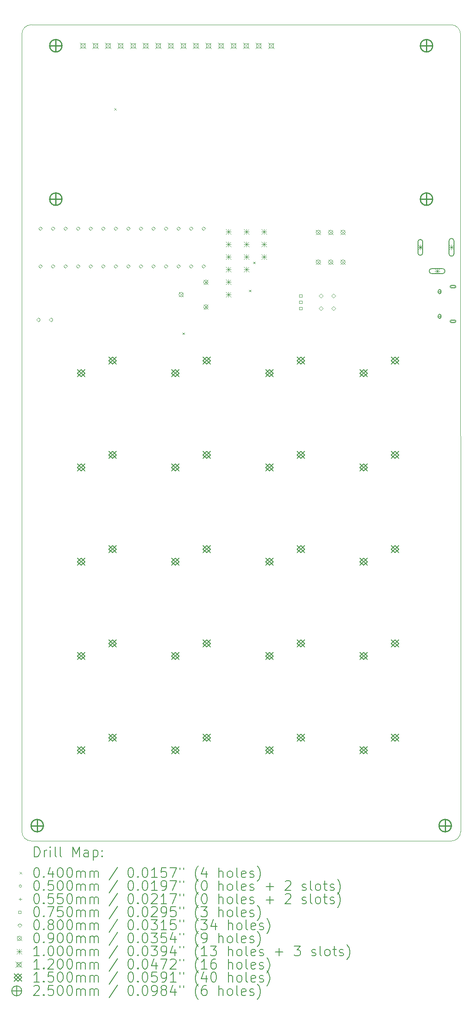
<source format=gbr>
%TF.GenerationSoftware,KiCad,Pcbnew,(6.0.7)*%
%TF.CreationDate,2022-08-27T21:19:27-07:00*%
%TF.ProjectId,EB3,4542332e-6b69-4636-9164-5f7063625858,rev?*%
%TF.SameCoordinates,Original*%
%TF.FileFunction,Drillmap*%
%TF.FilePolarity,Positive*%
%FSLAX45Y45*%
G04 Gerber Fmt 4.5, Leading zero omitted, Abs format (unit mm)*
G04 Created by KiCad (PCBNEW (6.0.7)) date 2022-08-27 21:19:27*
%MOMM*%
%LPD*%
G01*
G04 APERTURE LIST*
%ADD10C,0.100000*%
%ADD11C,0.200000*%
%ADD12C,0.040000*%
%ADD13C,0.050000*%
%ADD14C,0.055000*%
%ADD15C,0.075000*%
%ADD16C,0.080000*%
%ADD17C,0.090000*%
%ADD18C,0.120000*%
%ADD19C,0.150000*%
%ADD20C,0.250000*%
G04 APERTURE END LIST*
D10*
X16504836Y-18854336D02*
X16502296Y-2738204D01*
X16314336Y-19044836D02*
X7818204Y-19042296D01*
X7627704Y-2738204D02*
X7627704Y-18851796D01*
X16311796Y-2547704D02*
X7818204Y-2547704D01*
X16502296Y-2738204D02*
G75*
G03*
X16311796Y-2547704I-190496J4D01*
G01*
X7627704Y-18851796D02*
G75*
G03*
X7818204Y-19042296I190496J-4D01*
G01*
X16314336Y-19044836D02*
G75*
G03*
X16504836Y-18854336I0J190500D01*
G01*
X7818204Y-2547704D02*
G75*
G03*
X7627704Y-2738204I-4J-190496D01*
G01*
D11*
D12*
X9499920Y-4231960D02*
X9539920Y-4271960D01*
X9539920Y-4231960D02*
X9499920Y-4271960D01*
X10876600Y-8768400D02*
X10916600Y-8808400D01*
X10916600Y-8768400D02*
X10876600Y-8808400D01*
X12222800Y-7904800D02*
X12262800Y-7944800D01*
X12262800Y-7904800D02*
X12222800Y-7944800D01*
X12307500Y-7337500D02*
X12347500Y-7377500D01*
X12347500Y-7337500D02*
X12307500Y-7377500D01*
D13*
X16376400Y-7841500D02*
G75*
G03*
X16376400Y-7841500I-25000J0D01*
G01*
D11*
X16318900Y-7866500D02*
X16383900Y-7866500D01*
X16318900Y-7816500D02*
X16383900Y-7816500D01*
X16383900Y-7866500D02*
G75*
G03*
X16383900Y-7816500I0J25000D01*
G01*
X16318900Y-7816500D02*
G75*
G03*
X16318900Y-7866500I0J-25000D01*
G01*
D13*
X16376400Y-8541500D02*
G75*
G03*
X16376400Y-8541500I-25000J0D01*
G01*
D11*
X16318900Y-8566500D02*
X16383900Y-8566500D01*
X16318900Y-8516500D02*
X16383900Y-8516500D01*
X16383900Y-8566500D02*
G75*
G03*
X16383900Y-8516500I0J25000D01*
G01*
X16318900Y-8516500D02*
G75*
G03*
X16318900Y-8566500I0J-25000D01*
G01*
D14*
X16081400Y-7914000D02*
X16081400Y-7969000D01*
X16053900Y-7941500D02*
X16108900Y-7941500D01*
D11*
X16108900Y-7956500D02*
X16108900Y-7926500D01*
X16053900Y-7956500D02*
X16053900Y-7926500D01*
X16108900Y-7926500D02*
G75*
G03*
X16053900Y-7926500I-27500J0D01*
G01*
X16053900Y-7956500D02*
G75*
G03*
X16108900Y-7956500I27500J0D01*
G01*
D14*
X16081400Y-8414000D02*
X16081400Y-8469000D01*
X16053900Y-8441500D02*
X16108900Y-8441500D01*
D11*
X16108900Y-8456500D02*
X16108900Y-8426500D01*
X16053900Y-8456500D02*
X16053900Y-8426500D01*
X16108900Y-8426500D02*
G75*
G03*
X16053900Y-8426500I-27500J0D01*
G01*
X16053900Y-8456500D02*
G75*
G03*
X16108900Y-8456500I27500J0D01*
G01*
D15*
X13295917Y-8052917D02*
X13295917Y-7999883D01*
X13242883Y-7999883D01*
X13242883Y-8052917D01*
X13295917Y-8052917D01*
X13295917Y-8179917D02*
X13295917Y-8126883D01*
X13242883Y-8126883D01*
X13242883Y-8179917D01*
X13295917Y-8179917D01*
X13295917Y-8306917D02*
X13295917Y-8253883D01*
X13242883Y-8253883D01*
X13242883Y-8306917D01*
X13295917Y-8306917D01*
D16*
X7960900Y-8549000D02*
X8000900Y-8509000D01*
X7960900Y-8469000D01*
X7920900Y-8509000D01*
X7960900Y-8549000D01*
X8002000Y-6706500D02*
X8042000Y-6666500D01*
X8002000Y-6626500D01*
X7962000Y-6666500D01*
X8002000Y-6706500D01*
X8002000Y-7468500D02*
X8042000Y-7428500D01*
X8002000Y-7388500D01*
X7962000Y-7428500D01*
X8002000Y-7468500D01*
X8214900Y-8549000D02*
X8254900Y-8509000D01*
X8214900Y-8469000D01*
X8174900Y-8509000D01*
X8214900Y-8549000D01*
X8256000Y-6706500D02*
X8296000Y-6666500D01*
X8256000Y-6626500D01*
X8216000Y-6666500D01*
X8256000Y-6706500D01*
X8256000Y-7468500D02*
X8296000Y-7428500D01*
X8256000Y-7388500D01*
X8216000Y-7428500D01*
X8256000Y-7468500D01*
X8510000Y-6706500D02*
X8550000Y-6666500D01*
X8510000Y-6626500D01*
X8470000Y-6666500D01*
X8510000Y-6706500D01*
X8510000Y-7468500D02*
X8550000Y-7428500D01*
X8510000Y-7388500D01*
X8470000Y-7428500D01*
X8510000Y-7468500D01*
X8764000Y-6706500D02*
X8804000Y-6666500D01*
X8764000Y-6626500D01*
X8724000Y-6666500D01*
X8764000Y-6706500D01*
X8764000Y-7468500D02*
X8804000Y-7428500D01*
X8764000Y-7388500D01*
X8724000Y-7428500D01*
X8764000Y-7468500D01*
X9018000Y-6706500D02*
X9058000Y-6666500D01*
X9018000Y-6626500D01*
X8978000Y-6666500D01*
X9018000Y-6706500D01*
X9018000Y-7468500D02*
X9058000Y-7428500D01*
X9018000Y-7388500D01*
X8978000Y-7428500D01*
X9018000Y-7468500D01*
X9272000Y-6706500D02*
X9312000Y-6666500D01*
X9272000Y-6626500D01*
X9232000Y-6666500D01*
X9272000Y-6706500D01*
X9272000Y-7468500D02*
X9312000Y-7428500D01*
X9272000Y-7388500D01*
X9232000Y-7428500D01*
X9272000Y-7468500D01*
X9526000Y-6706500D02*
X9566000Y-6666500D01*
X9526000Y-6626500D01*
X9486000Y-6666500D01*
X9526000Y-6706500D01*
X9526000Y-7468500D02*
X9566000Y-7428500D01*
X9526000Y-7388500D01*
X9486000Y-7428500D01*
X9526000Y-7468500D01*
X9780000Y-6706500D02*
X9820000Y-6666500D01*
X9780000Y-6626500D01*
X9740000Y-6666500D01*
X9780000Y-6706500D01*
X9780000Y-7468500D02*
X9820000Y-7428500D01*
X9780000Y-7388500D01*
X9740000Y-7428500D01*
X9780000Y-7468500D01*
X10034000Y-6706500D02*
X10074000Y-6666500D01*
X10034000Y-6626500D01*
X9994000Y-6666500D01*
X10034000Y-6706500D01*
X10034000Y-7468500D02*
X10074000Y-7428500D01*
X10034000Y-7388500D01*
X9994000Y-7428500D01*
X10034000Y-7468500D01*
X10288000Y-6706500D02*
X10328000Y-6666500D01*
X10288000Y-6626500D01*
X10248000Y-6666500D01*
X10288000Y-6706500D01*
X10288000Y-7468500D02*
X10328000Y-7428500D01*
X10288000Y-7388500D01*
X10248000Y-7428500D01*
X10288000Y-7468500D01*
X10542000Y-6706500D02*
X10582000Y-6666500D01*
X10542000Y-6626500D01*
X10502000Y-6666500D01*
X10542000Y-6706500D01*
X10542000Y-7468500D02*
X10582000Y-7428500D01*
X10542000Y-7388500D01*
X10502000Y-7428500D01*
X10542000Y-7468500D01*
X10796000Y-6706500D02*
X10836000Y-6666500D01*
X10796000Y-6626500D01*
X10756000Y-6666500D01*
X10796000Y-6706500D01*
X10796000Y-7468500D02*
X10836000Y-7428500D01*
X10796000Y-7388500D01*
X10756000Y-7428500D01*
X10796000Y-7468500D01*
X11050000Y-6706500D02*
X11090000Y-6666500D01*
X11050000Y-6626500D01*
X11010000Y-6666500D01*
X11050000Y-6706500D01*
X11050000Y-7468500D02*
X11090000Y-7428500D01*
X11050000Y-7388500D01*
X11010000Y-7428500D01*
X11050000Y-7468500D01*
X11304000Y-6706500D02*
X11344000Y-6666500D01*
X11304000Y-6626500D01*
X11264000Y-6666500D01*
X11304000Y-6706500D01*
X11304000Y-7468500D02*
X11344000Y-7428500D01*
X11304000Y-7388500D01*
X11264000Y-7428500D01*
X11304000Y-7468500D01*
X13677900Y-8066400D02*
X13717900Y-8026400D01*
X13677900Y-7986400D01*
X13637900Y-8026400D01*
X13677900Y-8066400D01*
X13677900Y-8320400D02*
X13717900Y-8280400D01*
X13677900Y-8240400D01*
X13637900Y-8280400D01*
X13677900Y-8320400D01*
X13931900Y-8066400D02*
X13971900Y-8026400D01*
X13931900Y-7986400D01*
X13891900Y-8026400D01*
X13931900Y-8066400D01*
X13931900Y-8320400D02*
X13971900Y-8280400D01*
X13931900Y-8240400D01*
X13891900Y-8280400D01*
X13931900Y-8320400D01*
D17*
X10804800Y-7956000D02*
X10894800Y-8046000D01*
X10894800Y-7956000D02*
X10804800Y-8046000D01*
X10894800Y-8001000D02*
G75*
G03*
X10894800Y-8001000I-45000J0D01*
G01*
X11304800Y-7706000D02*
X11394800Y-7796000D01*
X11394800Y-7706000D02*
X11304800Y-7796000D01*
X11394800Y-7751000D02*
G75*
G03*
X11394800Y-7751000I-45000J0D01*
G01*
X11304800Y-8206000D02*
X11394800Y-8296000D01*
X11394800Y-8206000D02*
X11304800Y-8296000D01*
X11394800Y-8251000D02*
G75*
G03*
X11394800Y-8251000I-45000J0D01*
G01*
X13581150Y-6698550D02*
X13671150Y-6788550D01*
X13671150Y-6698550D02*
X13581150Y-6788550D01*
X13671150Y-6743550D02*
G75*
G03*
X13671150Y-6743550I-45000J0D01*
G01*
X13581150Y-7298550D02*
X13671150Y-7388550D01*
X13671150Y-7298550D02*
X13581150Y-7388550D01*
X13671150Y-7343550D02*
G75*
G03*
X13671150Y-7343550I-45000J0D01*
G01*
X13831150Y-6698550D02*
X13921150Y-6788550D01*
X13921150Y-6698550D02*
X13831150Y-6788550D01*
X13921150Y-6743550D02*
G75*
G03*
X13921150Y-6743550I-45000J0D01*
G01*
X13831150Y-7298550D02*
X13921150Y-7388550D01*
X13921150Y-7298550D02*
X13831150Y-7388550D01*
X13921150Y-7343550D02*
G75*
G03*
X13921150Y-7343550I-45000J0D01*
G01*
X14081150Y-6698550D02*
X14171150Y-6788550D01*
X14171150Y-6698550D02*
X14081150Y-6788550D01*
X14171150Y-6743550D02*
G75*
G03*
X14171150Y-6743550I-45000J0D01*
G01*
X14081150Y-7298550D02*
X14171150Y-7388550D01*
X14171150Y-7298550D02*
X14081150Y-7388550D01*
X14171150Y-7343550D02*
G75*
G03*
X14171150Y-7343550I-45000J0D01*
G01*
D10*
X11758500Y-6678500D02*
X11858500Y-6778500D01*
X11858500Y-6678500D02*
X11758500Y-6778500D01*
X11808500Y-6678500D02*
X11808500Y-6778500D01*
X11758500Y-6728500D02*
X11858500Y-6728500D01*
X11758500Y-6932500D02*
X11858500Y-7032500D01*
X11858500Y-6932500D02*
X11758500Y-7032500D01*
X11808500Y-6932500D02*
X11808500Y-7032500D01*
X11758500Y-6982500D02*
X11858500Y-6982500D01*
X11758500Y-7186500D02*
X11858500Y-7286500D01*
X11858500Y-7186500D02*
X11758500Y-7286500D01*
X11808500Y-7186500D02*
X11808500Y-7286500D01*
X11758500Y-7236500D02*
X11858500Y-7236500D01*
X11758500Y-7440500D02*
X11858500Y-7540500D01*
X11858500Y-7440500D02*
X11758500Y-7540500D01*
X11808500Y-7440500D02*
X11808500Y-7540500D01*
X11758500Y-7490500D02*
X11858500Y-7490500D01*
X11758500Y-7694500D02*
X11858500Y-7794500D01*
X11858500Y-7694500D02*
X11758500Y-7794500D01*
X11808500Y-7694500D02*
X11808500Y-7794500D01*
X11758500Y-7744500D02*
X11858500Y-7744500D01*
X11758500Y-7948500D02*
X11858500Y-8048500D01*
X11858500Y-7948500D02*
X11758500Y-8048500D01*
X11808500Y-7948500D02*
X11808500Y-8048500D01*
X11758500Y-7998500D02*
X11858500Y-7998500D01*
X12119100Y-6682000D02*
X12219100Y-6782000D01*
X12219100Y-6682000D02*
X12119100Y-6782000D01*
X12169100Y-6682000D02*
X12169100Y-6782000D01*
X12119100Y-6732000D02*
X12219100Y-6732000D01*
X12119100Y-6936000D02*
X12219100Y-7036000D01*
X12219100Y-6936000D02*
X12119100Y-7036000D01*
X12169100Y-6936000D02*
X12169100Y-7036000D01*
X12119100Y-6986000D02*
X12219100Y-6986000D01*
X12119100Y-7190000D02*
X12219100Y-7290000D01*
X12219100Y-7190000D02*
X12119100Y-7290000D01*
X12169100Y-7190000D02*
X12169100Y-7290000D01*
X12119100Y-7240000D02*
X12219100Y-7240000D01*
X12119100Y-7444000D02*
X12219100Y-7544000D01*
X12219100Y-7444000D02*
X12119100Y-7544000D01*
X12169100Y-7444000D02*
X12169100Y-7544000D01*
X12119100Y-7494000D02*
X12219100Y-7494000D01*
X12474700Y-6682500D02*
X12574700Y-6782500D01*
X12574700Y-6682500D02*
X12474700Y-6782500D01*
X12524700Y-6682500D02*
X12524700Y-6782500D01*
X12474700Y-6732500D02*
X12574700Y-6732500D01*
X12474700Y-6936500D02*
X12574700Y-7036500D01*
X12574700Y-6936500D02*
X12474700Y-7036500D01*
X12524700Y-6936500D02*
X12524700Y-7036500D01*
X12474700Y-6986500D02*
X12574700Y-6986500D01*
X12474700Y-7190500D02*
X12574700Y-7290500D01*
X12574700Y-7190500D02*
X12474700Y-7290500D01*
X12524700Y-7190500D02*
X12524700Y-7290500D01*
X12474700Y-7240500D02*
X12574700Y-7240500D01*
X15639500Y-6997000D02*
X15739500Y-7097000D01*
X15739500Y-6997000D02*
X15639500Y-7097000D01*
X15689500Y-6997000D02*
X15689500Y-7097000D01*
X15639500Y-7047000D02*
X15739500Y-7047000D01*
D11*
X15639500Y-6937000D02*
X15639500Y-7157000D01*
X15739500Y-6937000D02*
X15739500Y-7157000D01*
X15639500Y-7157000D02*
G75*
G03*
X15739500Y-7157000I50000J0D01*
G01*
X15739500Y-6937000D02*
G75*
G03*
X15639500Y-6937000I-50000J0D01*
G01*
D10*
X15979500Y-7477000D02*
X16079500Y-7577000D01*
X16079500Y-7477000D02*
X15979500Y-7577000D01*
X16029500Y-7477000D02*
X16029500Y-7577000D01*
X15979500Y-7527000D02*
X16079500Y-7527000D01*
D11*
X16139500Y-7477000D02*
X15919500Y-7477000D01*
X16139500Y-7577000D02*
X15919500Y-7577000D01*
X15919500Y-7477000D02*
G75*
G03*
X15919500Y-7577000I0J-50000D01*
G01*
X16139500Y-7577000D02*
G75*
G03*
X16139500Y-7477000I0J50000D01*
G01*
D10*
X16269500Y-6997000D02*
X16369500Y-7097000D01*
X16369500Y-6997000D02*
X16269500Y-7097000D01*
X16319500Y-6997000D02*
X16319500Y-7097000D01*
X16269500Y-7047000D02*
X16369500Y-7047000D01*
D11*
X16269500Y-6917000D02*
X16269500Y-7177000D01*
X16369500Y-6917000D02*
X16369500Y-7177000D01*
X16269500Y-7177000D02*
G75*
G03*
X16369500Y-7177000I50000J0D01*
G01*
X16369500Y-6917000D02*
G75*
G03*
X16269500Y-6917000I-50000J0D01*
G01*
D18*
X8805000Y-2912750D02*
X8925000Y-3032750D01*
X8925000Y-2912750D02*
X8805000Y-3032750D01*
X8907427Y-3015177D02*
X8907427Y-2930323D01*
X8822573Y-2930323D01*
X8822573Y-3015177D01*
X8907427Y-3015177D01*
X9059000Y-2912750D02*
X9179000Y-3032750D01*
X9179000Y-2912750D02*
X9059000Y-3032750D01*
X9161427Y-3015177D02*
X9161427Y-2930323D01*
X9076573Y-2930323D01*
X9076573Y-3015177D01*
X9161427Y-3015177D01*
X9313000Y-2912750D02*
X9433000Y-3032750D01*
X9433000Y-2912750D02*
X9313000Y-3032750D01*
X9415427Y-3015177D02*
X9415427Y-2930323D01*
X9330573Y-2930323D01*
X9330573Y-3015177D01*
X9415427Y-3015177D01*
X9567000Y-2912750D02*
X9687000Y-3032750D01*
X9687000Y-2912750D02*
X9567000Y-3032750D01*
X9669427Y-3015177D02*
X9669427Y-2930323D01*
X9584573Y-2930323D01*
X9584573Y-3015177D01*
X9669427Y-3015177D01*
X9821000Y-2912750D02*
X9941000Y-3032750D01*
X9941000Y-2912750D02*
X9821000Y-3032750D01*
X9923427Y-3015177D02*
X9923427Y-2930323D01*
X9838573Y-2930323D01*
X9838573Y-3015177D01*
X9923427Y-3015177D01*
X10075000Y-2912750D02*
X10195000Y-3032750D01*
X10195000Y-2912750D02*
X10075000Y-3032750D01*
X10177427Y-3015177D02*
X10177427Y-2930323D01*
X10092573Y-2930323D01*
X10092573Y-3015177D01*
X10177427Y-3015177D01*
X10329000Y-2912750D02*
X10449000Y-3032750D01*
X10449000Y-2912750D02*
X10329000Y-3032750D01*
X10431427Y-3015177D02*
X10431427Y-2930323D01*
X10346573Y-2930323D01*
X10346573Y-3015177D01*
X10431427Y-3015177D01*
X10583000Y-2912750D02*
X10703000Y-3032750D01*
X10703000Y-2912750D02*
X10583000Y-3032750D01*
X10685427Y-3015177D02*
X10685427Y-2930323D01*
X10600573Y-2930323D01*
X10600573Y-3015177D01*
X10685427Y-3015177D01*
X10837000Y-2912750D02*
X10957000Y-3032750D01*
X10957000Y-2912750D02*
X10837000Y-3032750D01*
X10939427Y-3015177D02*
X10939427Y-2930323D01*
X10854573Y-2930323D01*
X10854573Y-3015177D01*
X10939427Y-3015177D01*
X11091000Y-2912750D02*
X11211000Y-3032750D01*
X11211000Y-2912750D02*
X11091000Y-3032750D01*
X11193427Y-3015177D02*
X11193427Y-2930323D01*
X11108573Y-2930323D01*
X11108573Y-3015177D01*
X11193427Y-3015177D01*
X11345000Y-2912750D02*
X11465000Y-3032750D01*
X11465000Y-2912750D02*
X11345000Y-3032750D01*
X11447427Y-3015177D02*
X11447427Y-2930323D01*
X11362573Y-2930323D01*
X11362573Y-3015177D01*
X11447427Y-3015177D01*
X11599000Y-2912750D02*
X11719000Y-3032750D01*
X11719000Y-2912750D02*
X11599000Y-3032750D01*
X11701427Y-3015177D02*
X11701427Y-2930323D01*
X11616573Y-2930323D01*
X11616573Y-3015177D01*
X11701427Y-3015177D01*
X11853000Y-2912750D02*
X11973000Y-3032750D01*
X11973000Y-2912750D02*
X11853000Y-3032750D01*
X11955427Y-3015177D02*
X11955427Y-2930323D01*
X11870573Y-2930323D01*
X11870573Y-3015177D01*
X11955427Y-3015177D01*
X12107000Y-2912750D02*
X12227000Y-3032750D01*
X12227000Y-2912750D02*
X12107000Y-3032750D01*
X12209427Y-3015177D02*
X12209427Y-2930323D01*
X12124573Y-2930323D01*
X12124573Y-3015177D01*
X12209427Y-3015177D01*
X12361000Y-2912750D02*
X12481000Y-3032750D01*
X12481000Y-2912750D02*
X12361000Y-3032750D01*
X12463427Y-3015177D02*
X12463427Y-2930323D01*
X12378573Y-2930323D01*
X12378573Y-3015177D01*
X12463427Y-3015177D01*
X12615000Y-2912750D02*
X12735000Y-3032750D01*
X12735000Y-2912750D02*
X12615000Y-3032750D01*
X12717427Y-3015177D02*
X12717427Y-2930323D01*
X12632573Y-2930323D01*
X12632573Y-3015177D01*
X12717427Y-3015177D01*
D19*
X8751500Y-9513500D02*
X8901500Y-9663500D01*
X8901500Y-9513500D02*
X8751500Y-9663500D01*
X8826500Y-9663500D02*
X8901500Y-9588500D01*
X8826500Y-9513500D01*
X8751500Y-9588500D01*
X8826500Y-9663500D01*
X8751500Y-11418500D02*
X8901500Y-11568500D01*
X8901500Y-11418500D02*
X8751500Y-11568500D01*
X8826500Y-11568500D02*
X8901500Y-11493500D01*
X8826500Y-11418500D01*
X8751500Y-11493500D01*
X8826500Y-11568500D01*
X8751500Y-13323500D02*
X8901500Y-13473500D01*
X8901500Y-13323500D02*
X8751500Y-13473500D01*
X8826500Y-13473500D02*
X8901500Y-13398500D01*
X8826500Y-13323500D01*
X8751500Y-13398500D01*
X8826500Y-13473500D01*
X8751500Y-15228500D02*
X8901500Y-15378500D01*
X8901500Y-15228500D02*
X8751500Y-15378500D01*
X8826500Y-15378500D02*
X8901500Y-15303500D01*
X8826500Y-15228500D01*
X8751500Y-15303500D01*
X8826500Y-15378500D01*
X8751500Y-17133500D02*
X8901500Y-17283500D01*
X8901500Y-17133500D02*
X8751500Y-17283500D01*
X8826500Y-17283500D02*
X8901500Y-17208500D01*
X8826500Y-17133500D01*
X8751500Y-17208500D01*
X8826500Y-17283500D01*
X9386500Y-9259500D02*
X9536500Y-9409500D01*
X9536500Y-9259500D02*
X9386500Y-9409500D01*
X9461500Y-9409500D02*
X9536500Y-9334500D01*
X9461500Y-9259500D01*
X9386500Y-9334500D01*
X9461500Y-9409500D01*
X9386500Y-11164500D02*
X9536500Y-11314500D01*
X9536500Y-11164500D02*
X9386500Y-11314500D01*
X9461500Y-11314500D02*
X9536500Y-11239500D01*
X9461500Y-11164500D01*
X9386500Y-11239500D01*
X9461500Y-11314500D01*
X9386500Y-13069500D02*
X9536500Y-13219500D01*
X9536500Y-13069500D02*
X9386500Y-13219500D01*
X9461500Y-13219500D02*
X9536500Y-13144500D01*
X9461500Y-13069500D01*
X9386500Y-13144500D01*
X9461500Y-13219500D01*
X9386500Y-14974500D02*
X9536500Y-15124500D01*
X9536500Y-14974500D02*
X9386500Y-15124500D01*
X9461500Y-15124500D02*
X9536500Y-15049500D01*
X9461500Y-14974500D01*
X9386500Y-15049500D01*
X9461500Y-15124500D01*
X9386500Y-16879500D02*
X9536500Y-17029500D01*
X9536500Y-16879500D02*
X9386500Y-17029500D01*
X9461500Y-17029500D02*
X9536500Y-16954500D01*
X9461500Y-16879500D01*
X9386500Y-16954500D01*
X9461500Y-17029500D01*
X10656500Y-9513500D02*
X10806500Y-9663500D01*
X10806500Y-9513500D02*
X10656500Y-9663500D01*
X10731500Y-9663500D02*
X10806500Y-9588500D01*
X10731500Y-9513500D01*
X10656500Y-9588500D01*
X10731500Y-9663500D01*
X10656500Y-11418500D02*
X10806500Y-11568500D01*
X10806500Y-11418500D02*
X10656500Y-11568500D01*
X10731500Y-11568500D02*
X10806500Y-11493500D01*
X10731500Y-11418500D01*
X10656500Y-11493500D01*
X10731500Y-11568500D01*
X10656500Y-13323500D02*
X10806500Y-13473500D01*
X10806500Y-13323500D02*
X10656500Y-13473500D01*
X10731500Y-13473500D02*
X10806500Y-13398500D01*
X10731500Y-13323500D01*
X10656500Y-13398500D01*
X10731500Y-13473500D01*
X10656500Y-15228500D02*
X10806500Y-15378500D01*
X10806500Y-15228500D02*
X10656500Y-15378500D01*
X10731500Y-15378500D02*
X10806500Y-15303500D01*
X10731500Y-15228500D01*
X10656500Y-15303500D01*
X10731500Y-15378500D01*
X10656500Y-17133500D02*
X10806500Y-17283500D01*
X10806500Y-17133500D02*
X10656500Y-17283500D01*
X10731500Y-17283500D02*
X10806500Y-17208500D01*
X10731500Y-17133500D01*
X10656500Y-17208500D01*
X10731500Y-17283500D01*
X11291500Y-9259500D02*
X11441500Y-9409500D01*
X11441500Y-9259500D02*
X11291500Y-9409500D01*
X11366500Y-9409500D02*
X11441500Y-9334500D01*
X11366500Y-9259500D01*
X11291500Y-9334500D01*
X11366500Y-9409500D01*
X11291500Y-11164500D02*
X11441500Y-11314500D01*
X11441500Y-11164500D02*
X11291500Y-11314500D01*
X11366500Y-11314500D02*
X11441500Y-11239500D01*
X11366500Y-11164500D01*
X11291500Y-11239500D01*
X11366500Y-11314500D01*
X11291500Y-13069500D02*
X11441500Y-13219500D01*
X11441500Y-13069500D02*
X11291500Y-13219500D01*
X11366500Y-13219500D02*
X11441500Y-13144500D01*
X11366500Y-13069500D01*
X11291500Y-13144500D01*
X11366500Y-13219500D01*
X11291500Y-14974500D02*
X11441500Y-15124500D01*
X11441500Y-14974500D02*
X11291500Y-15124500D01*
X11366500Y-15124500D02*
X11441500Y-15049500D01*
X11366500Y-14974500D01*
X11291500Y-15049500D01*
X11366500Y-15124500D01*
X11291500Y-16879500D02*
X11441500Y-17029500D01*
X11441500Y-16879500D02*
X11291500Y-17029500D01*
X11366500Y-17029500D02*
X11441500Y-16954500D01*
X11366500Y-16879500D01*
X11291500Y-16954500D01*
X11366500Y-17029500D01*
X12561500Y-9513500D02*
X12711500Y-9663500D01*
X12711500Y-9513500D02*
X12561500Y-9663500D01*
X12636500Y-9663500D02*
X12711500Y-9588500D01*
X12636500Y-9513500D01*
X12561500Y-9588500D01*
X12636500Y-9663500D01*
X12561500Y-11418500D02*
X12711500Y-11568500D01*
X12711500Y-11418500D02*
X12561500Y-11568500D01*
X12636500Y-11568500D02*
X12711500Y-11493500D01*
X12636500Y-11418500D01*
X12561500Y-11493500D01*
X12636500Y-11568500D01*
X12561500Y-13323500D02*
X12711500Y-13473500D01*
X12711500Y-13323500D02*
X12561500Y-13473500D01*
X12636500Y-13473500D02*
X12711500Y-13398500D01*
X12636500Y-13323500D01*
X12561500Y-13398500D01*
X12636500Y-13473500D01*
X12561500Y-15228500D02*
X12711500Y-15378500D01*
X12711500Y-15228500D02*
X12561500Y-15378500D01*
X12636500Y-15378500D02*
X12711500Y-15303500D01*
X12636500Y-15228500D01*
X12561500Y-15303500D01*
X12636500Y-15378500D01*
X12561500Y-17133500D02*
X12711500Y-17283500D01*
X12711500Y-17133500D02*
X12561500Y-17283500D01*
X12636500Y-17283500D02*
X12711500Y-17208500D01*
X12636500Y-17133500D01*
X12561500Y-17208500D01*
X12636500Y-17283500D01*
X13196500Y-9259500D02*
X13346500Y-9409500D01*
X13346500Y-9259500D02*
X13196500Y-9409500D01*
X13271500Y-9409500D02*
X13346500Y-9334500D01*
X13271500Y-9259500D01*
X13196500Y-9334500D01*
X13271500Y-9409500D01*
X13196500Y-11164500D02*
X13346500Y-11314500D01*
X13346500Y-11164500D02*
X13196500Y-11314500D01*
X13271500Y-11314500D02*
X13346500Y-11239500D01*
X13271500Y-11164500D01*
X13196500Y-11239500D01*
X13271500Y-11314500D01*
X13196500Y-13069500D02*
X13346500Y-13219500D01*
X13346500Y-13069500D02*
X13196500Y-13219500D01*
X13271500Y-13219500D02*
X13346500Y-13144500D01*
X13271500Y-13069500D01*
X13196500Y-13144500D01*
X13271500Y-13219500D01*
X13196500Y-14974500D02*
X13346500Y-15124500D01*
X13346500Y-14974500D02*
X13196500Y-15124500D01*
X13271500Y-15124500D02*
X13346500Y-15049500D01*
X13271500Y-14974500D01*
X13196500Y-15049500D01*
X13271500Y-15124500D01*
X13196500Y-16879500D02*
X13346500Y-17029500D01*
X13346500Y-16879500D02*
X13196500Y-17029500D01*
X13271500Y-17029500D02*
X13346500Y-16954500D01*
X13271500Y-16879500D01*
X13196500Y-16954500D01*
X13271500Y-17029500D01*
X14466500Y-9513500D02*
X14616500Y-9663500D01*
X14616500Y-9513500D02*
X14466500Y-9663500D01*
X14541500Y-9663500D02*
X14616500Y-9588500D01*
X14541500Y-9513500D01*
X14466500Y-9588500D01*
X14541500Y-9663500D01*
X14466500Y-11418500D02*
X14616500Y-11568500D01*
X14616500Y-11418500D02*
X14466500Y-11568500D01*
X14541500Y-11568500D02*
X14616500Y-11493500D01*
X14541500Y-11418500D01*
X14466500Y-11493500D01*
X14541500Y-11568500D01*
X14466500Y-13323500D02*
X14616500Y-13473500D01*
X14616500Y-13323500D02*
X14466500Y-13473500D01*
X14541500Y-13473500D02*
X14616500Y-13398500D01*
X14541500Y-13323500D01*
X14466500Y-13398500D01*
X14541500Y-13473500D01*
X14466500Y-15228500D02*
X14616500Y-15378500D01*
X14616500Y-15228500D02*
X14466500Y-15378500D01*
X14541500Y-15378500D02*
X14616500Y-15303500D01*
X14541500Y-15228500D01*
X14466500Y-15303500D01*
X14541500Y-15378500D01*
X14466500Y-17133500D02*
X14616500Y-17283500D01*
X14616500Y-17133500D02*
X14466500Y-17283500D01*
X14541500Y-17283500D02*
X14616500Y-17208500D01*
X14541500Y-17133500D01*
X14466500Y-17208500D01*
X14541500Y-17283500D01*
X15101500Y-9259500D02*
X15251500Y-9409500D01*
X15251500Y-9259500D02*
X15101500Y-9409500D01*
X15176500Y-9409500D02*
X15251500Y-9334500D01*
X15176500Y-9259500D01*
X15101500Y-9334500D01*
X15176500Y-9409500D01*
X15101500Y-11164500D02*
X15251500Y-11314500D01*
X15251500Y-11164500D02*
X15101500Y-11314500D01*
X15176500Y-11314500D02*
X15251500Y-11239500D01*
X15176500Y-11164500D01*
X15101500Y-11239500D01*
X15176500Y-11314500D01*
X15101500Y-13069500D02*
X15251500Y-13219500D01*
X15251500Y-13069500D02*
X15101500Y-13219500D01*
X15176500Y-13219500D02*
X15251500Y-13144500D01*
X15176500Y-13069500D01*
X15101500Y-13144500D01*
X15176500Y-13219500D01*
X15101500Y-14974500D02*
X15251500Y-15124500D01*
X15251500Y-14974500D02*
X15101500Y-15124500D01*
X15176500Y-15124500D02*
X15251500Y-15049500D01*
X15176500Y-14974500D01*
X15101500Y-15049500D01*
X15176500Y-15124500D01*
X15101500Y-16879500D02*
X15251500Y-17029500D01*
X15251500Y-16879500D02*
X15101500Y-17029500D01*
X15176500Y-17029500D02*
X15251500Y-16954500D01*
X15176500Y-16879500D01*
X15101500Y-16954500D01*
X15176500Y-17029500D01*
D20*
X7937500Y-18607500D02*
X7937500Y-18857500D01*
X7812500Y-18732500D02*
X8062500Y-18732500D01*
X8062500Y-18732500D02*
G75*
G03*
X8062500Y-18732500I-125000J0D01*
G01*
X8315090Y-2847750D02*
X8315090Y-3097750D01*
X8190090Y-2972750D02*
X8440090Y-2972750D01*
X8440090Y-2972750D02*
G75*
G03*
X8440090Y-2972750I-125000J0D01*
G01*
X8315090Y-5947820D02*
X8315090Y-6197820D01*
X8190090Y-6072820D02*
X8440090Y-6072820D01*
X8440090Y-6072820D02*
G75*
G03*
X8440090Y-6072820I-125000J0D01*
G01*
X15814948Y-5947820D02*
X15814948Y-6197820D01*
X15689948Y-6072820D02*
X15939948Y-6072820D01*
X15939948Y-6072820D02*
G75*
G03*
X15939948Y-6072820I-125000J0D01*
G01*
X15815000Y-2847750D02*
X15815000Y-3097750D01*
X15690000Y-2972750D02*
X15940000Y-2972750D01*
X15940000Y-2972750D02*
G75*
G03*
X15940000Y-2972750I-125000J0D01*
G01*
X16192500Y-18607500D02*
X16192500Y-18857500D01*
X16067500Y-18732500D02*
X16317500Y-18732500D01*
X16317500Y-18732500D02*
G75*
G03*
X16317500Y-18732500I-125000J0D01*
G01*
D11*
X7880323Y-19360312D02*
X7880323Y-19160312D01*
X7927942Y-19160312D01*
X7956513Y-19169836D01*
X7975561Y-19188884D01*
X7985085Y-19207931D01*
X7994608Y-19246027D01*
X7994608Y-19274598D01*
X7985085Y-19312693D01*
X7975561Y-19331741D01*
X7956513Y-19350789D01*
X7927942Y-19360312D01*
X7880323Y-19360312D01*
X8080323Y-19360312D02*
X8080323Y-19226979D01*
X8080323Y-19265074D02*
X8089847Y-19246027D01*
X8099370Y-19236503D01*
X8118418Y-19226979D01*
X8137466Y-19226979D01*
X8204132Y-19360312D02*
X8204132Y-19226979D01*
X8204132Y-19160312D02*
X8194608Y-19169836D01*
X8204132Y-19179360D01*
X8213656Y-19169836D01*
X8204132Y-19160312D01*
X8204132Y-19179360D01*
X8327942Y-19360312D02*
X8308894Y-19350789D01*
X8299370Y-19331741D01*
X8299370Y-19160312D01*
X8432704Y-19360312D02*
X8413656Y-19350789D01*
X8404132Y-19331741D01*
X8404132Y-19160312D01*
X8661275Y-19360312D02*
X8661275Y-19160312D01*
X8727942Y-19303170D01*
X8794609Y-19160312D01*
X8794609Y-19360312D01*
X8975561Y-19360312D02*
X8975561Y-19255550D01*
X8966037Y-19236503D01*
X8946990Y-19226979D01*
X8908894Y-19226979D01*
X8889847Y-19236503D01*
X8975561Y-19350789D02*
X8956513Y-19360312D01*
X8908894Y-19360312D01*
X8889847Y-19350789D01*
X8880323Y-19331741D01*
X8880323Y-19312693D01*
X8889847Y-19293646D01*
X8908894Y-19284122D01*
X8956513Y-19284122D01*
X8975561Y-19274598D01*
X9070799Y-19226979D02*
X9070799Y-19426979D01*
X9070799Y-19236503D02*
X9089847Y-19226979D01*
X9127942Y-19226979D01*
X9146990Y-19236503D01*
X9156513Y-19246027D01*
X9166037Y-19265074D01*
X9166037Y-19322217D01*
X9156513Y-19341265D01*
X9146990Y-19350789D01*
X9127942Y-19360312D01*
X9089847Y-19360312D01*
X9070799Y-19350789D01*
X9251751Y-19341265D02*
X9261275Y-19350789D01*
X9251751Y-19360312D01*
X9242228Y-19350789D01*
X9251751Y-19341265D01*
X9251751Y-19360312D01*
X9251751Y-19236503D02*
X9261275Y-19246027D01*
X9251751Y-19255550D01*
X9242228Y-19246027D01*
X9251751Y-19236503D01*
X9251751Y-19255550D01*
D12*
X7582704Y-19669836D02*
X7622704Y-19709836D01*
X7622704Y-19669836D02*
X7582704Y-19709836D01*
D11*
X7918418Y-19580312D02*
X7937466Y-19580312D01*
X7956513Y-19589836D01*
X7966037Y-19599360D01*
X7975561Y-19618408D01*
X7985085Y-19656503D01*
X7985085Y-19704122D01*
X7975561Y-19742217D01*
X7966037Y-19761265D01*
X7956513Y-19770789D01*
X7937466Y-19780312D01*
X7918418Y-19780312D01*
X7899370Y-19770789D01*
X7889847Y-19761265D01*
X7880323Y-19742217D01*
X7870799Y-19704122D01*
X7870799Y-19656503D01*
X7880323Y-19618408D01*
X7889847Y-19599360D01*
X7899370Y-19589836D01*
X7918418Y-19580312D01*
X8070799Y-19761265D02*
X8080323Y-19770789D01*
X8070799Y-19780312D01*
X8061275Y-19770789D01*
X8070799Y-19761265D01*
X8070799Y-19780312D01*
X8251751Y-19646979D02*
X8251751Y-19780312D01*
X8204132Y-19570789D02*
X8156513Y-19713646D01*
X8280323Y-19713646D01*
X8394609Y-19580312D02*
X8413656Y-19580312D01*
X8432704Y-19589836D01*
X8442228Y-19599360D01*
X8451751Y-19618408D01*
X8461275Y-19656503D01*
X8461275Y-19704122D01*
X8451751Y-19742217D01*
X8442228Y-19761265D01*
X8432704Y-19770789D01*
X8413656Y-19780312D01*
X8394609Y-19780312D01*
X8375561Y-19770789D01*
X8366037Y-19761265D01*
X8356513Y-19742217D01*
X8346989Y-19704122D01*
X8346989Y-19656503D01*
X8356513Y-19618408D01*
X8366037Y-19599360D01*
X8375561Y-19589836D01*
X8394609Y-19580312D01*
X8585085Y-19580312D02*
X8604132Y-19580312D01*
X8623180Y-19589836D01*
X8632704Y-19599360D01*
X8642228Y-19618408D01*
X8651751Y-19656503D01*
X8651751Y-19704122D01*
X8642228Y-19742217D01*
X8632704Y-19761265D01*
X8623180Y-19770789D01*
X8604132Y-19780312D01*
X8585085Y-19780312D01*
X8566037Y-19770789D01*
X8556513Y-19761265D01*
X8546990Y-19742217D01*
X8537466Y-19704122D01*
X8537466Y-19656503D01*
X8546990Y-19618408D01*
X8556513Y-19599360D01*
X8566037Y-19589836D01*
X8585085Y-19580312D01*
X8737466Y-19780312D02*
X8737466Y-19646979D01*
X8737466Y-19666027D02*
X8746990Y-19656503D01*
X8766037Y-19646979D01*
X8794609Y-19646979D01*
X8813656Y-19656503D01*
X8823180Y-19675550D01*
X8823180Y-19780312D01*
X8823180Y-19675550D02*
X8832704Y-19656503D01*
X8851751Y-19646979D01*
X8880323Y-19646979D01*
X8899370Y-19656503D01*
X8908894Y-19675550D01*
X8908894Y-19780312D01*
X9004132Y-19780312D02*
X9004132Y-19646979D01*
X9004132Y-19666027D02*
X9013656Y-19656503D01*
X9032704Y-19646979D01*
X9061275Y-19646979D01*
X9080323Y-19656503D01*
X9089847Y-19675550D01*
X9089847Y-19780312D01*
X9089847Y-19675550D02*
X9099370Y-19656503D01*
X9118418Y-19646979D01*
X9146990Y-19646979D01*
X9166037Y-19656503D01*
X9175561Y-19675550D01*
X9175561Y-19780312D01*
X9566037Y-19570789D02*
X9394609Y-19827931D01*
X9823180Y-19580312D02*
X9842228Y-19580312D01*
X9861275Y-19589836D01*
X9870799Y-19599360D01*
X9880323Y-19618408D01*
X9889847Y-19656503D01*
X9889847Y-19704122D01*
X9880323Y-19742217D01*
X9870799Y-19761265D01*
X9861275Y-19770789D01*
X9842228Y-19780312D01*
X9823180Y-19780312D01*
X9804132Y-19770789D01*
X9794609Y-19761265D01*
X9785085Y-19742217D01*
X9775561Y-19704122D01*
X9775561Y-19656503D01*
X9785085Y-19618408D01*
X9794609Y-19599360D01*
X9804132Y-19589836D01*
X9823180Y-19580312D01*
X9975561Y-19761265D02*
X9985085Y-19770789D01*
X9975561Y-19780312D01*
X9966037Y-19770789D01*
X9975561Y-19761265D01*
X9975561Y-19780312D01*
X10108894Y-19580312D02*
X10127942Y-19580312D01*
X10146990Y-19589836D01*
X10156513Y-19599360D01*
X10166037Y-19618408D01*
X10175561Y-19656503D01*
X10175561Y-19704122D01*
X10166037Y-19742217D01*
X10156513Y-19761265D01*
X10146990Y-19770789D01*
X10127942Y-19780312D01*
X10108894Y-19780312D01*
X10089847Y-19770789D01*
X10080323Y-19761265D01*
X10070799Y-19742217D01*
X10061275Y-19704122D01*
X10061275Y-19656503D01*
X10070799Y-19618408D01*
X10080323Y-19599360D01*
X10089847Y-19589836D01*
X10108894Y-19580312D01*
X10366037Y-19780312D02*
X10251751Y-19780312D01*
X10308894Y-19780312D02*
X10308894Y-19580312D01*
X10289847Y-19608884D01*
X10270799Y-19627931D01*
X10251751Y-19637455D01*
X10546990Y-19580312D02*
X10451751Y-19580312D01*
X10442228Y-19675550D01*
X10451751Y-19666027D01*
X10470799Y-19656503D01*
X10518418Y-19656503D01*
X10537466Y-19666027D01*
X10546990Y-19675550D01*
X10556513Y-19694598D01*
X10556513Y-19742217D01*
X10546990Y-19761265D01*
X10537466Y-19770789D01*
X10518418Y-19780312D01*
X10470799Y-19780312D01*
X10451751Y-19770789D01*
X10442228Y-19761265D01*
X10623180Y-19580312D02*
X10756513Y-19580312D01*
X10670799Y-19780312D01*
X10823180Y-19580312D02*
X10823180Y-19618408D01*
X10899370Y-19580312D02*
X10899370Y-19618408D01*
X11194608Y-19856503D02*
X11185085Y-19846979D01*
X11166037Y-19818408D01*
X11156513Y-19799360D01*
X11146990Y-19770789D01*
X11137466Y-19723170D01*
X11137466Y-19685074D01*
X11146990Y-19637455D01*
X11156513Y-19608884D01*
X11166037Y-19589836D01*
X11185085Y-19561265D01*
X11194608Y-19551741D01*
X11356513Y-19646979D02*
X11356513Y-19780312D01*
X11308894Y-19570789D02*
X11261275Y-19713646D01*
X11385085Y-19713646D01*
X11613656Y-19780312D02*
X11613656Y-19580312D01*
X11699370Y-19780312D02*
X11699370Y-19675550D01*
X11689847Y-19656503D01*
X11670799Y-19646979D01*
X11642228Y-19646979D01*
X11623180Y-19656503D01*
X11613656Y-19666027D01*
X11823180Y-19780312D02*
X11804132Y-19770789D01*
X11794608Y-19761265D01*
X11785085Y-19742217D01*
X11785085Y-19685074D01*
X11794608Y-19666027D01*
X11804132Y-19656503D01*
X11823180Y-19646979D01*
X11851751Y-19646979D01*
X11870799Y-19656503D01*
X11880323Y-19666027D01*
X11889847Y-19685074D01*
X11889847Y-19742217D01*
X11880323Y-19761265D01*
X11870799Y-19770789D01*
X11851751Y-19780312D01*
X11823180Y-19780312D01*
X12004132Y-19780312D02*
X11985085Y-19770789D01*
X11975561Y-19751741D01*
X11975561Y-19580312D01*
X12156513Y-19770789D02*
X12137466Y-19780312D01*
X12099370Y-19780312D01*
X12080323Y-19770789D01*
X12070799Y-19751741D01*
X12070799Y-19675550D01*
X12080323Y-19656503D01*
X12099370Y-19646979D01*
X12137466Y-19646979D01*
X12156513Y-19656503D01*
X12166037Y-19675550D01*
X12166037Y-19694598D01*
X12070799Y-19713646D01*
X12242228Y-19770789D02*
X12261275Y-19780312D01*
X12299370Y-19780312D01*
X12318418Y-19770789D01*
X12327942Y-19751741D01*
X12327942Y-19742217D01*
X12318418Y-19723170D01*
X12299370Y-19713646D01*
X12270799Y-19713646D01*
X12251751Y-19704122D01*
X12242228Y-19685074D01*
X12242228Y-19675550D01*
X12251751Y-19656503D01*
X12270799Y-19646979D01*
X12299370Y-19646979D01*
X12318418Y-19656503D01*
X12394608Y-19856503D02*
X12404132Y-19846979D01*
X12423180Y-19818408D01*
X12432704Y-19799360D01*
X12442228Y-19770789D01*
X12451751Y-19723170D01*
X12451751Y-19685074D01*
X12442228Y-19637455D01*
X12432704Y-19608884D01*
X12423180Y-19589836D01*
X12404132Y-19561265D01*
X12394608Y-19551741D01*
D13*
X7622704Y-19953836D02*
G75*
G03*
X7622704Y-19953836I-25000J0D01*
G01*
D11*
X7918418Y-19844312D02*
X7937466Y-19844312D01*
X7956513Y-19853836D01*
X7966037Y-19863360D01*
X7975561Y-19882408D01*
X7985085Y-19920503D01*
X7985085Y-19968122D01*
X7975561Y-20006217D01*
X7966037Y-20025265D01*
X7956513Y-20034789D01*
X7937466Y-20044312D01*
X7918418Y-20044312D01*
X7899370Y-20034789D01*
X7889847Y-20025265D01*
X7880323Y-20006217D01*
X7870799Y-19968122D01*
X7870799Y-19920503D01*
X7880323Y-19882408D01*
X7889847Y-19863360D01*
X7899370Y-19853836D01*
X7918418Y-19844312D01*
X8070799Y-20025265D02*
X8080323Y-20034789D01*
X8070799Y-20044312D01*
X8061275Y-20034789D01*
X8070799Y-20025265D01*
X8070799Y-20044312D01*
X8261275Y-19844312D02*
X8166037Y-19844312D01*
X8156513Y-19939550D01*
X8166037Y-19930027D01*
X8185085Y-19920503D01*
X8232704Y-19920503D01*
X8251751Y-19930027D01*
X8261275Y-19939550D01*
X8270799Y-19958598D01*
X8270799Y-20006217D01*
X8261275Y-20025265D01*
X8251751Y-20034789D01*
X8232704Y-20044312D01*
X8185085Y-20044312D01*
X8166037Y-20034789D01*
X8156513Y-20025265D01*
X8394609Y-19844312D02*
X8413656Y-19844312D01*
X8432704Y-19853836D01*
X8442228Y-19863360D01*
X8451751Y-19882408D01*
X8461275Y-19920503D01*
X8461275Y-19968122D01*
X8451751Y-20006217D01*
X8442228Y-20025265D01*
X8432704Y-20034789D01*
X8413656Y-20044312D01*
X8394609Y-20044312D01*
X8375561Y-20034789D01*
X8366037Y-20025265D01*
X8356513Y-20006217D01*
X8346989Y-19968122D01*
X8346989Y-19920503D01*
X8356513Y-19882408D01*
X8366037Y-19863360D01*
X8375561Y-19853836D01*
X8394609Y-19844312D01*
X8585085Y-19844312D02*
X8604132Y-19844312D01*
X8623180Y-19853836D01*
X8632704Y-19863360D01*
X8642228Y-19882408D01*
X8651751Y-19920503D01*
X8651751Y-19968122D01*
X8642228Y-20006217D01*
X8632704Y-20025265D01*
X8623180Y-20034789D01*
X8604132Y-20044312D01*
X8585085Y-20044312D01*
X8566037Y-20034789D01*
X8556513Y-20025265D01*
X8546990Y-20006217D01*
X8537466Y-19968122D01*
X8537466Y-19920503D01*
X8546990Y-19882408D01*
X8556513Y-19863360D01*
X8566037Y-19853836D01*
X8585085Y-19844312D01*
X8737466Y-20044312D02*
X8737466Y-19910979D01*
X8737466Y-19930027D02*
X8746990Y-19920503D01*
X8766037Y-19910979D01*
X8794609Y-19910979D01*
X8813656Y-19920503D01*
X8823180Y-19939550D01*
X8823180Y-20044312D01*
X8823180Y-19939550D02*
X8832704Y-19920503D01*
X8851751Y-19910979D01*
X8880323Y-19910979D01*
X8899370Y-19920503D01*
X8908894Y-19939550D01*
X8908894Y-20044312D01*
X9004132Y-20044312D02*
X9004132Y-19910979D01*
X9004132Y-19930027D02*
X9013656Y-19920503D01*
X9032704Y-19910979D01*
X9061275Y-19910979D01*
X9080323Y-19920503D01*
X9089847Y-19939550D01*
X9089847Y-20044312D01*
X9089847Y-19939550D02*
X9099370Y-19920503D01*
X9118418Y-19910979D01*
X9146990Y-19910979D01*
X9166037Y-19920503D01*
X9175561Y-19939550D01*
X9175561Y-20044312D01*
X9566037Y-19834789D02*
X9394609Y-20091931D01*
X9823180Y-19844312D02*
X9842228Y-19844312D01*
X9861275Y-19853836D01*
X9870799Y-19863360D01*
X9880323Y-19882408D01*
X9889847Y-19920503D01*
X9889847Y-19968122D01*
X9880323Y-20006217D01*
X9870799Y-20025265D01*
X9861275Y-20034789D01*
X9842228Y-20044312D01*
X9823180Y-20044312D01*
X9804132Y-20034789D01*
X9794609Y-20025265D01*
X9785085Y-20006217D01*
X9775561Y-19968122D01*
X9775561Y-19920503D01*
X9785085Y-19882408D01*
X9794609Y-19863360D01*
X9804132Y-19853836D01*
X9823180Y-19844312D01*
X9975561Y-20025265D02*
X9985085Y-20034789D01*
X9975561Y-20044312D01*
X9966037Y-20034789D01*
X9975561Y-20025265D01*
X9975561Y-20044312D01*
X10108894Y-19844312D02*
X10127942Y-19844312D01*
X10146990Y-19853836D01*
X10156513Y-19863360D01*
X10166037Y-19882408D01*
X10175561Y-19920503D01*
X10175561Y-19968122D01*
X10166037Y-20006217D01*
X10156513Y-20025265D01*
X10146990Y-20034789D01*
X10127942Y-20044312D01*
X10108894Y-20044312D01*
X10089847Y-20034789D01*
X10080323Y-20025265D01*
X10070799Y-20006217D01*
X10061275Y-19968122D01*
X10061275Y-19920503D01*
X10070799Y-19882408D01*
X10080323Y-19863360D01*
X10089847Y-19853836D01*
X10108894Y-19844312D01*
X10366037Y-20044312D02*
X10251751Y-20044312D01*
X10308894Y-20044312D02*
X10308894Y-19844312D01*
X10289847Y-19872884D01*
X10270799Y-19891931D01*
X10251751Y-19901455D01*
X10461275Y-20044312D02*
X10499370Y-20044312D01*
X10518418Y-20034789D01*
X10527942Y-20025265D01*
X10546990Y-19996693D01*
X10556513Y-19958598D01*
X10556513Y-19882408D01*
X10546990Y-19863360D01*
X10537466Y-19853836D01*
X10518418Y-19844312D01*
X10480323Y-19844312D01*
X10461275Y-19853836D01*
X10451751Y-19863360D01*
X10442228Y-19882408D01*
X10442228Y-19930027D01*
X10451751Y-19949074D01*
X10461275Y-19958598D01*
X10480323Y-19968122D01*
X10518418Y-19968122D01*
X10537466Y-19958598D01*
X10546990Y-19949074D01*
X10556513Y-19930027D01*
X10623180Y-19844312D02*
X10756513Y-19844312D01*
X10670799Y-20044312D01*
X10823180Y-19844312D02*
X10823180Y-19882408D01*
X10899370Y-19844312D02*
X10899370Y-19882408D01*
X11194608Y-20120503D02*
X11185085Y-20110979D01*
X11166037Y-20082408D01*
X11156513Y-20063360D01*
X11146990Y-20034789D01*
X11137466Y-19987170D01*
X11137466Y-19949074D01*
X11146990Y-19901455D01*
X11156513Y-19872884D01*
X11166037Y-19853836D01*
X11185085Y-19825265D01*
X11194608Y-19815741D01*
X11308894Y-19844312D02*
X11327942Y-19844312D01*
X11346989Y-19853836D01*
X11356513Y-19863360D01*
X11366037Y-19882408D01*
X11375561Y-19920503D01*
X11375561Y-19968122D01*
X11366037Y-20006217D01*
X11356513Y-20025265D01*
X11346989Y-20034789D01*
X11327942Y-20044312D01*
X11308894Y-20044312D01*
X11289847Y-20034789D01*
X11280323Y-20025265D01*
X11270799Y-20006217D01*
X11261275Y-19968122D01*
X11261275Y-19920503D01*
X11270799Y-19882408D01*
X11280323Y-19863360D01*
X11289847Y-19853836D01*
X11308894Y-19844312D01*
X11613656Y-20044312D02*
X11613656Y-19844312D01*
X11699370Y-20044312D02*
X11699370Y-19939550D01*
X11689847Y-19920503D01*
X11670799Y-19910979D01*
X11642228Y-19910979D01*
X11623180Y-19920503D01*
X11613656Y-19930027D01*
X11823180Y-20044312D02*
X11804132Y-20034789D01*
X11794608Y-20025265D01*
X11785085Y-20006217D01*
X11785085Y-19949074D01*
X11794608Y-19930027D01*
X11804132Y-19920503D01*
X11823180Y-19910979D01*
X11851751Y-19910979D01*
X11870799Y-19920503D01*
X11880323Y-19930027D01*
X11889847Y-19949074D01*
X11889847Y-20006217D01*
X11880323Y-20025265D01*
X11870799Y-20034789D01*
X11851751Y-20044312D01*
X11823180Y-20044312D01*
X12004132Y-20044312D02*
X11985085Y-20034789D01*
X11975561Y-20015741D01*
X11975561Y-19844312D01*
X12156513Y-20034789D02*
X12137466Y-20044312D01*
X12099370Y-20044312D01*
X12080323Y-20034789D01*
X12070799Y-20015741D01*
X12070799Y-19939550D01*
X12080323Y-19920503D01*
X12099370Y-19910979D01*
X12137466Y-19910979D01*
X12156513Y-19920503D01*
X12166037Y-19939550D01*
X12166037Y-19958598D01*
X12070799Y-19977646D01*
X12242228Y-20034789D02*
X12261275Y-20044312D01*
X12299370Y-20044312D01*
X12318418Y-20034789D01*
X12327942Y-20015741D01*
X12327942Y-20006217D01*
X12318418Y-19987170D01*
X12299370Y-19977646D01*
X12270799Y-19977646D01*
X12251751Y-19968122D01*
X12242228Y-19949074D01*
X12242228Y-19939550D01*
X12251751Y-19920503D01*
X12270799Y-19910979D01*
X12299370Y-19910979D01*
X12318418Y-19920503D01*
X12566037Y-19968122D02*
X12718418Y-19968122D01*
X12642228Y-20044312D02*
X12642228Y-19891931D01*
X12956513Y-19863360D02*
X12966037Y-19853836D01*
X12985085Y-19844312D01*
X13032704Y-19844312D01*
X13051751Y-19853836D01*
X13061275Y-19863360D01*
X13070799Y-19882408D01*
X13070799Y-19901455D01*
X13061275Y-19930027D01*
X12946989Y-20044312D01*
X13070799Y-20044312D01*
X13299370Y-20034789D02*
X13318418Y-20044312D01*
X13356513Y-20044312D01*
X13375561Y-20034789D01*
X13385085Y-20015741D01*
X13385085Y-20006217D01*
X13375561Y-19987170D01*
X13356513Y-19977646D01*
X13327942Y-19977646D01*
X13308894Y-19968122D01*
X13299370Y-19949074D01*
X13299370Y-19939550D01*
X13308894Y-19920503D01*
X13327942Y-19910979D01*
X13356513Y-19910979D01*
X13375561Y-19920503D01*
X13499370Y-20044312D02*
X13480323Y-20034789D01*
X13470799Y-20015741D01*
X13470799Y-19844312D01*
X13604132Y-20044312D02*
X13585085Y-20034789D01*
X13575561Y-20025265D01*
X13566037Y-20006217D01*
X13566037Y-19949074D01*
X13575561Y-19930027D01*
X13585085Y-19920503D01*
X13604132Y-19910979D01*
X13632704Y-19910979D01*
X13651751Y-19920503D01*
X13661275Y-19930027D01*
X13670799Y-19949074D01*
X13670799Y-20006217D01*
X13661275Y-20025265D01*
X13651751Y-20034789D01*
X13632704Y-20044312D01*
X13604132Y-20044312D01*
X13727942Y-19910979D02*
X13804132Y-19910979D01*
X13756513Y-19844312D02*
X13756513Y-20015741D01*
X13766037Y-20034789D01*
X13785085Y-20044312D01*
X13804132Y-20044312D01*
X13861275Y-20034789D02*
X13880323Y-20044312D01*
X13918418Y-20044312D01*
X13937466Y-20034789D01*
X13946989Y-20015741D01*
X13946989Y-20006217D01*
X13937466Y-19987170D01*
X13918418Y-19977646D01*
X13889847Y-19977646D01*
X13870799Y-19968122D01*
X13861275Y-19949074D01*
X13861275Y-19939550D01*
X13870799Y-19920503D01*
X13889847Y-19910979D01*
X13918418Y-19910979D01*
X13937466Y-19920503D01*
X14013656Y-20120503D02*
X14023180Y-20110979D01*
X14042228Y-20082408D01*
X14051751Y-20063360D01*
X14061275Y-20034789D01*
X14070799Y-19987170D01*
X14070799Y-19949074D01*
X14061275Y-19901455D01*
X14051751Y-19872884D01*
X14042228Y-19853836D01*
X14023180Y-19825265D01*
X14013656Y-19815741D01*
D14*
X7595204Y-20190336D02*
X7595204Y-20245336D01*
X7567704Y-20217836D02*
X7622704Y-20217836D01*
D11*
X7918418Y-20108312D02*
X7937466Y-20108312D01*
X7956513Y-20117836D01*
X7966037Y-20127360D01*
X7975561Y-20146408D01*
X7985085Y-20184503D01*
X7985085Y-20232122D01*
X7975561Y-20270217D01*
X7966037Y-20289265D01*
X7956513Y-20298789D01*
X7937466Y-20308312D01*
X7918418Y-20308312D01*
X7899370Y-20298789D01*
X7889847Y-20289265D01*
X7880323Y-20270217D01*
X7870799Y-20232122D01*
X7870799Y-20184503D01*
X7880323Y-20146408D01*
X7889847Y-20127360D01*
X7899370Y-20117836D01*
X7918418Y-20108312D01*
X8070799Y-20289265D02*
X8080323Y-20298789D01*
X8070799Y-20308312D01*
X8061275Y-20298789D01*
X8070799Y-20289265D01*
X8070799Y-20308312D01*
X8261275Y-20108312D02*
X8166037Y-20108312D01*
X8156513Y-20203550D01*
X8166037Y-20194027D01*
X8185085Y-20184503D01*
X8232704Y-20184503D01*
X8251751Y-20194027D01*
X8261275Y-20203550D01*
X8270799Y-20222598D01*
X8270799Y-20270217D01*
X8261275Y-20289265D01*
X8251751Y-20298789D01*
X8232704Y-20308312D01*
X8185085Y-20308312D01*
X8166037Y-20298789D01*
X8156513Y-20289265D01*
X8451751Y-20108312D02*
X8356513Y-20108312D01*
X8346989Y-20203550D01*
X8356513Y-20194027D01*
X8375561Y-20184503D01*
X8423180Y-20184503D01*
X8442228Y-20194027D01*
X8451751Y-20203550D01*
X8461275Y-20222598D01*
X8461275Y-20270217D01*
X8451751Y-20289265D01*
X8442228Y-20298789D01*
X8423180Y-20308312D01*
X8375561Y-20308312D01*
X8356513Y-20298789D01*
X8346989Y-20289265D01*
X8585085Y-20108312D02*
X8604132Y-20108312D01*
X8623180Y-20117836D01*
X8632704Y-20127360D01*
X8642228Y-20146408D01*
X8651751Y-20184503D01*
X8651751Y-20232122D01*
X8642228Y-20270217D01*
X8632704Y-20289265D01*
X8623180Y-20298789D01*
X8604132Y-20308312D01*
X8585085Y-20308312D01*
X8566037Y-20298789D01*
X8556513Y-20289265D01*
X8546990Y-20270217D01*
X8537466Y-20232122D01*
X8537466Y-20184503D01*
X8546990Y-20146408D01*
X8556513Y-20127360D01*
X8566037Y-20117836D01*
X8585085Y-20108312D01*
X8737466Y-20308312D02*
X8737466Y-20174979D01*
X8737466Y-20194027D02*
X8746990Y-20184503D01*
X8766037Y-20174979D01*
X8794609Y-20174979D01*
X8813656Y-20184503D01*
X8823180Y-20203550D01*
X8823180Y-20308312D01*
X8823180Y-20203550D02*
X8832704Y-20184503D01*
X8851751Y-20174979D01*
X8880323Y-20174979D01*
X8899370Y-20184503D01*
X8908894Y-20203550D01*
X8908894Y-20308312D01*
X9004132Y-20308312D02*
X9004132Y-20174979D01*
X9004132Y-20194027D02*
X9013656Y-20184503D01*
X9032704Y-20174979D01*
X9061275Y-20174979D01*
X9080323Y-20184503D01*
X9089847Y-20203550D01*
X9089847Y-20308312D01*
X9089847Y-20203550D02*
X9099370Y-20184503D01*
X9118418Y-20174979D01*
X9146990Y-20174979D01*
X9166037Y-20184503D01*
X9175561Y-20203550D01*
X9175561Y-20308312D01*
X9566037Y-20098789D02*
X9394609Y-20355931D01*
X9823180Y-20108312D02*
X9842228Y-20108312D01*
X9861275Y-20117836D01*
X9870799Y-20127360D01*
X9880323Y-20146408D01*
X9889847Y-20184503D01*
X9889847Y-20232122D01*
X9880323Y-20270217D01*
X9870799Y-20289265D01*
X9861275Y-20298789D01*
X9842228Y-20308312D01*
X9823180Y-20308312D01*
X9804132Y-20298789D01*
X9794609Y-20289265D01*
X9785085Y-20270217D01*
X9775561Y-20232122D01*
X9775561Y-20184503D01*
X9785085Y-20146408D01*
X9794609Y-20127360D01*
X9804132Y-20117836D01*
X9823180Y-20108312D01*
X9975561Y-20289265D02*
X9985085Y-20298789D01*
X9975561Y-20308312D01*
X9966037Y-20298789D01*
X9975561Y-20289265D01*
X9975561Y-20308312D01*
X10108894Y-20108312D02*
X10127942Y-20108312D01*
X10146990Y-20117836D01*
X10156513Y-20127360D01*
X10166037Y-20146408D01*
X10175561Y-20184503D01*
X10175561Y-20232122D01*
X10166037Y-20270217D01*
X10156513Y-20289265D01*
X10146990Y-20298789D01*
X10127942Y-20308312D01*
X10108894Y-20308312D01*
X10089847Y-20298789D01*
X10080323Y-20289265D01*
X10070799Y-20270217D01*
X10061275Y-20232122D01*
X10061275Y-20184503D01*
X10070799Y-20146408D01*
X10080323Y-20127360D01*
X10089847Y-20117836D01*
X10108894Y-20108312D01*
X10251751Y-20127360D02*
X10261275Y-20117836D01*
X10280323Y-20108312D01*
X10327942Y-20108312D01*
X10346990Y-20117836D01*
X10356513Y-20127360D01*
X10366037Y-20146408D01*
X10366037Y-20165455D01*
X10356513Y-20194027D01*
X10242228Y-20308312D01*
X10366037Y-20308312D01*
X10556513Y-20308312D02*
X10442228Y-20308312D01*
X10499370Y-20308312D02*
X10499370Y-20108312D01*
X10480323Y-20136884D01*
X10461275Y-20155931D01*
X10442228Y-20165455D01*
X10623180Y-20108312D02*
X10756513Y-20108312D01*
X10670799Y-20308312D01*
X10823180Y-20108312D02*
X10823180Y-20146408D01*
X10899370Y-20108312D02*
X10899370Y-20146408D01*
X11194608Y-20384503D02*
X11185085Y-20374979D01*
X11166037Y-20346408D01*
X11156513Y-20327360D01*
X11146990Y-20298789D01*
X11137466Y-20251170D01*
X11137466Y-20213074D01*
X11146990Y-20165455D01*
X11156513Y-20136884D01*
X11166037Y-20117836D01*
X11185085Y-20089265D01*
X11194608Y-20079741D01*
X11308894Y-20108312D02*
X11327942Y-20108312D01*
X11346989Y-20117836D01*
X11356513Y-20127360D01*
X11366037Y-20146408D01*
X11375561Y-20184503D01*
X11375561Y-20232122D01*
X11366037Y-20270217D01*
X11356513Y-20289265D01*
X11346989Y-20298789D01*
X11327942Y-20308312D01*
X11308894Y-20308312D01*
X11289847Y-20298789D01*
X11280323Y-20289265D01*
X11270799Y-20270217D01*
X11261275Y-20232122D01*
X11261275Y-20184503D01*
X11270799Y-20146408D01*
X11280323Y-20127360D01*
X11289847Y-20117836D01*
X11308894Y-20108312D01*
X11613656Y-20308312D02*
X11613656Y-20108312D01*
X11699370Y-20308312D02*
X11699370Y-20203550D01*
X11689847Y-20184503D01*
X11670799Y-20174979D01*
X11642228Y-20174979D01*
X11623180Y-20184503D01*
X11613656Y-20194027D01*
X11823180Y-20308312D02*
X11804132Y-20298789D01*
X11794608Y-20289265D01*
X11785085Y-20270217D01*
X11785085Y-20213074D01*
X11794608Y-20194027D01*
X11804132Y-20184503D01*
X11823180Y-20174979D01*
X11851751Y-20174979D01*
X11870799Y-20184503D01*
X11880323Y-20194027D01*
X11889847Y-20213074D01*
X11889847Y-20270217D01*
X11880323Y-20289265D01*
X11870799Y-20298789D01*
X11851751Y-20308312D01*
X11823180Y-20308312D01*
X12004132Y-20308312D02*
X11985085Y-20298789D01*
X11975561Y-20279741D01*
X11975561Y-20108312D01*
X12156513Y-20298789D02*
X12137466Y-20308312D01*
X12099370Y-20308312D01*
X12080323Y-20298789D01*
X12070799Y-20279741D01*
X12070799Y-20203550D01*
X12080323Y-20184503D01*
X12099370Y-20174979D01*
X12137466Y-20174979D01*
X12156513Y-20184503D01*
X12166037Y-20203550D01*
X12166037Y-20222598D01*
X12070799Y-20241646D01*
X12242228Y-20298789D02*
X12261275Y-20308312D01*
X12299370Y-20308312D01*
X12318418Y-20298789D01*
X12327942Y-20279741D01*
X12327942Y-20270217D01*
X12318418Y-20251170D01*
X12299370Y-20241646D01*
X12270799Y-20241646D01*
X12251751Y-20232122D01*
X12242228Y-20213074D01*
X12242228Y-20203550D01*
X12251751Y-20184503D01*
X12270799Y-20174979D01*
X12299370Y-20174979D01*
X12318418Y-20184503D01*
X12566037Y-20232122D02*
X12718418Y-20232122D01*
X12642228Y-20308312D02*
X12642228Y-20155931D01*
X12956513Y-20127360D02*
X12966037Y-20117836D01*
X12985085Y-20108312D01*
X13032704Y-20108312D01*
X13051751Y-20117836D01*
X13061275Y-20127360D01*
X13070799Y-20146408D01*
X13070799Y-20165455D01*
X13061275Y-20194027D01*
X12946989Y-20308312D01*
X13070799Y-20308312D01*
X13299370Y-20298789D02*
X13318418Y-20308312D01*
X13356513Y-20308312D01*
X13375561Y-20298789D01*
X13385085Y-20279741D01*
X13385085Y-20270217D01*
X13375561Y-20251170D01*
X13356513Y-20241646D01*
X13327942Y-20241646D01*
X13308894Y-20232122D01*
X13299370Y-20213074D01*
X13299370Y-20203550D01*
X13308894Y-20184503D01*
X13327942Y-20174979D01*
X13356513Y-20174979D01*
X13375561Y-20184503D01*
X13499370Y-20308312D02*
X13480323Y-20298789D01*
X13470799Y-20279741D01*
X13470799Y-20108312D01*
X13604132Y-20308312D02*
X13585085Y-20298789D01*
X13575561Y-20289265D01*
X13566037Y-20270217D01*
X13566037Y-20213074D01*
X13575561Y-20194027D01*
X13585085Y-20184503D01*
X13604132Y-20174979D01*
X13632704Y-20174979D01*
X13651751Y-20184503D01*
X13661275Y-20194027D01*
X13670799Y-20213074D01*
X13670799Y-20270217D01*
X13661275Y-20289265D01*
X13651751Y-20298789D01*
X13632704Y-20308312D01*
X13604132Y-20308312D01*
X13727942Y-20174979D02*
X13804132Y-20174979D01*
X13756513Y-20108312D02*
X13756513Y-20279741D01*
X13766037Y-20298789D01*
X13785085Y-20308312D01*
X13804132Y-20308312D01*
X13861275Y-20298789D02*
X13880323Y-20308312D01*
X13918418Y-20308312D01*
X13937466Y-20298789D01*
X13946989Y-20279741D01*
X13946989Y-20270217D01*
X13937466Y-20251170D01*
X13918418Y-20241646D01*
X13889847Y-20241646D01*
X13870799Y-20232122D01*
X13861275Y-20213074D01*
X13861275Y-20203550D01*
X13870799Y-20184503D01*
X13889847Y-20174979D01*
X13918418Y-20174979D01*
X13937466Y-20184503D01*
X14013656Y-20384503D02*
X14023180Y-20374979D01*
X14042228Y-20346408D01*
X14051751Y-20327360D01*
X14061275Y-20298789D01*
X14070799Y-20251170D01*
X14070799Y-20213074D01*
X14061275Y-20165455D01*
X14051751Y-20136884D01*
X14042228Y-20117836D01*
X14023180Y-20089265D01*
X14013656Y-20079741D01*
D15*
X7611721Y-20508353D02*
X7611721Y-20455319D01*
X7558687Y-20455319D01*
X7558687Y-20508353D01*
X7611721Y-20508353D01*
D11*
X7918418Y-20372312D02*
X7937466Y-20372312D01*
X7956513Y-20381836D01*
X7966037Y-20391360D01*
X7975561Y-20410408D01*
X7985085Y-20448503D01*
X7985085Y-20496122D01*
X7975561Y-20534217D01*
X7966037Y-20553265D01*
X7956513Y-20562789D01*
X7937466Y-20572312D01*
X7918418Y-20572312D01*
X7899370Y-20562789D01*
X7889847Y-20553265D01*
X7880323Y-20534217D01*
X7870799Y-20496122D01*
X7870799Y-20448503D01*
X7880323Y-20410408D01*
X7889847Y-20391360D01*
X7899370Y-20381836D01*
X7918418Y-20372312D01*
X8070799Y-20553265D02*
X8080323Y-20562789D01*
X8070799Y-20572312D01*
X8061275Y-20562789D01*
X8070799Y-20553265D01*
X8070799Y-20572312D01*
X8146989Y-20372312D02*
X8280323Y-20372312D01*
X8194608Y-20572312D01*
X8451751Y-20372312D02*
X8356513Y-20372312D01*
X8346989Y-20467550D01*
X8356513Y-20458027D01*
X8375561Y-20448503D01*
X8423180Y-20448503D01*
X8442228Y-20458027D01*
X8451751Y-20467550D01*
X8461275Y-20486598D01*
X8461275Y-20534217D01*
X8451751Y-20553265D01*
X8442228Y-20562789D01*
X8423180Y-20572312D01*
X8375561Y-20572312D01*
X8356513Y-20562789D01*
X8346989Y-20553265D01*
X8585085Y-20372312D02*
X8604132Y-20372312D01*
X8623180Y-20381836D01*
X8632704Y-20391360D01*
X8642228Y-20410408D01*
X8651751Y-20448503D01*
X8651751Y-20496122D01*
X8642228Y-20534217D01*
X8632704Y-20553265D01*
X8623180Y-20562789D01*
X8604132Y-20572312D01*
X8585085Y-20572312D01*
X8566037Y-20562789D01*
X8556513Y-20553265D01*
X8546990Y-20534217D01*
X8537466Y-20496122D01*
X8537466Y-20448503D01*
X8546990Y-20410408D01*
X8556513Y-20391360D01*
X8566037Y-20381836D01*
X8585085Y-20372312D01*
X8737466Y-20572312D02*
X8737466Y-20438979D01*
X8737466Y-20458027D02*
X8746990Y-20448503D01*
X8766037Y-20438979D01*
X8794609Y-20438979D01*
X8813656Y-20448503D01*
X8823180Y-20467550D01*
X8823180Y-20572312D01*
X8823180Y-20467550D02*
X8832704Y-20448503D01*
X8851751Y-20438979D01*
X8880323Y-20438979D01*
X8899370Y-20448503D01*
X8908894Y-20467550D01*
X8908894Y-20572312D01*
X9004132Y-20572312D02*
X9004132Y-20438979D01*
X9004132Y-20458027D02*
X9013656Y-20448503D01*
X9032704Y-20438979D01*
X9061275Y-20438979D01*
X9080323Y-20448503D01*
X9089847Y-20467550D01*
X9089847Y-20572312D01*
X9089847Y-20467550D02*
X9099370Y-20448503D01*
X9118418Y-20438979D01*
X9146990Y-20438979D01*
X9166037Y-20448503D01*
X9175561Y-20467550D01*
X9175561Y-20572312D01*
X9566037Y-20362789D02*
X9394609Y-20619931D01*
X9823180Y-20372312D02*
X9842228Y-20372312D01*
X9861275Y-20381836D01*
X9870799Y-20391360D01*
X9880323Y-20410408D01*
X9889847Y-20448503D01*
X9889847Y-20496122D01*
X9880323Y-20534217D01*
X9870799Y-20553265D01*
X9861275Y-20562789D01*
X9842228Y-20572312D01*
X9823180Y-20572312D01*
X9804132Y-20562789D01*
X9794609Y-20553265D01*
X9785085Y-20534217D01*
X9775561Y-20496122D01*
X9775561Y-20448503D01*
X9785085Y-20410408D01*
X9794609Y-20391360D01*
X9804132Y-20381836D01*
X9823180Y-20372312D01*
X9975561Y-20553265D02*
X9985085Y-20562789D01*
X9975561Y-20572312D01*
X9966037Y-20562789D01*
X9975561Y-20553265D01*
X9975561Y-20572312D01*
X10108894Y-20372312D02*
X10127942Y-20372312D01*
X10146990Y-20381836D01*
X10156513Y-20391360D01*
X10166037Y-20410408D01*
X10175561Y-20448503D01*
X10175561Y-20496122D01*
X10166037Y-20534217D01*
X10156513Y-20553265D01*
X10146990Y-20562789D01*
X10127942Y-20572312D01*
X10108894Y-20572312D01*
X10089847Y-20562789D01*
X10080323Y-20553265D01*
X10070799Y-20534217D01*
X10061275Y-20496122D01*
X10061275Y-20448503D01*
X10070799Y-20410408D01*
X10080323Y-20391360D01*
X10089847Y-20381836D01*
X10108894Y-20372312D01*
X10251751Y-20391360D02*
X10261275Y-20381836D01*
X10280323Y-20372312D01*
X10327942Y-20372312D01*
X10346990Y-20381836D01*
X10356513Y-20391360D01*
X10366037Y-20410408D01*
X10366037Y-20429455D01*
X10356513Y-20458027D01*
X10242228Y-20572312D01*
X10366037Y-20572312D01*
X10461275Y-20572312D02*
X10499370Y-20572312D01*
X10518418Y-20562789D01*
X10527942Y-20553265D01*
X10546990Y-20524693D01*
X10556513Y-20486598D01*
X10556513Y-20410408D01*
X10546990Y-20391360D01*
X10537466Y-20381836D01*
X10518418Y-20372312D01*
X10480323Y-20372312D01*
X10461275Y-20381836D01*
X10451751Y-20391360D01*
X10442228Y-20410408D01*
X10442228Y-20458027D01*
X10451751Y-20477074D01*
X10461275Y-20486598D01*
X10480323Y-20496122D01*
X10518418Y-20496122D01*
X10537466Y-20486598D01*
X10546990Y-20477074D01*
X10556513Y-20458027D01*
X10737466Y-20372312D02*
X10642228Y-20372312D01*
X10632704Y-20467550D01*
X10642228Y-20458027D01*
X10661275Y-20448503D01*
X10708894Y-20448503D01*
X10727942Y-20458027D01*
X10737466Y-20467550D01*
X10746990Y-20486598D01*
X10746990Y-20534217D01*
X10737466Y-20553265D01*
X10727942Y-20562789D01*
X10708894Y-20572312D01*
X10661275Y-20572312D01*
X10642228Y-20562789D01*
X10632704Y-20553265D01*
X10823180Y-20372312D02*
X10823180Y-20410408D01*
X10899370Y-20372312D02*
X10899370Y-20410408D01*
X11194608Y-20648503D02*
X11185085Y-20638979D01*
X11166037Y-20610408D01*
X11156513Y-20591360D01*
X11146990Y-20562789D01*
X11137466Y-20515170D01*
X11137466Y-20477074D01*
X11146990Y-20429455D01*
X11156513Y-20400884D01*
X11166037Y-20381836D01*
X11185085Y-20353265D01*
X11194608Y-20343741D01*
X11251751Y-20372312D02*
X11375561Y-20372312D01*
X11308894Y-20448503D01*
X11337466Y-20448503D01*
X11356513Y-20458027D01*
X11366037Y-20467550D01*
X11375561Y-20486598D01*
X11375561Y-20534217D01*
X11366037Y-20553265D01*
X11356513Y-20562789D01*
X11337466Y-20572312D01*
X11280323Y-20572312D01*
X11261275Y-20562789D01*
X11251751Y-20553265D01*
X11613656Y-20572312D02*
X11613656Y-20372312D01*
X11699370Y-20572312D02*
X11699370Y-20467550D01*
X11689847Y-20448503D01*
X11670799Y-20438979D01*
X11642228Y-20438979D01*
X11623180Y-20448503D01*
X11613656Y-20458027D01*
X11823180Y-20572312D02*
X11804132Y-20562789D01*
X11794608Y-20553265D01*
X11785085Y-20534217D01*
X11785085Y-20477074D01*
X11794608Y-20458027D01*
X11804132Y-20448503D01*
X11823180Y-20438979D01*
X11851751Y-20438979D01*
X11870799Y-20448503D01*
X11880323Y-20458027D01*
X11889847Y-20477074D01*
X11889847Y-20534217D01*
X11880323Y-20553265D01*
X11870799Y-20562789D01*
X11851751Y-20572312D01*
X11823180Y-20572312D01*
X12004132Y-20572312D02*
X11985085Y-20562789D01*
X11975561Y-20543741D01*
X11975561Y-20372312D01*
X12156513Y-20562789D02*
X12137466Y-20572312D01*
X12099370Y-20572312D01*
X12080323Y-20562789D01*
X12070799Y-20543741D01*
X12070799Y-20467550D01*
X12080323Y-20448503D01*
X12099370Y-20438979D01*
X12137466Y-20438979D01*
X12156513Y-20448503D01*
X12166037Y-20467550D01*
X12166037Y-20486598D01*
X12070799Y-20505646D01*
X12242228Y-20562789D02*
X12261275Y-20572312D01*
X12299370Y-20572312D01*
X12318418Y-20562789D01*
X12327942Y-20543741D01*
X12327942Y-20534217D01*
X12318418Y-20515170D01*
X12299370Y-20505646D01*
X12270799Y-20505646D01*
X12251751Y-20496122D01*
X12242228Y-20477074D01*
X12242228Y-20467550D01*
X12251751Y-20448503D01*
X12270799Y-20438979D01*
X12299370Y-20438979D01*
X12318418Y-20448503D01*
X12394608Y-20648503D02*
X12404132Y-20638979D01*
X12423180Y-20610408D01*
X12432704Y-20591360D01*
X12442228Y-20562789D01*
X12451751Y-20515170D01*
X12451751Y-20477074D01*
X12442228Y-20429455D01*
X12432704Y-20400884D01*
X12423180Y-20381836D01*
X12404132Y-20353265D01*
X12394608Y-20343741D01*
D16*
X7582704Y-20785836D02*
X7622704Y-20745836D01*
X7582704Y-20705836D01*
X7542704Y-20745836D01*
X7582704Y-20785836D01*
D11*
X7918418Y-20636312D02*
X7937466Y-20636312D01*
X7956513Y-20645836D01*
X7966037Y-20655360D01*
X7975561Y-20674408D01*
X7985085Y-20712503D01*
X7985085Y-20760122D01*
X7975561Y-20798217D01*
X7966037Y-20817265D01*
X7956513Y-20826789D01*
X7937466Y-20836312D01*
X7918418Y-20836312D01*
X7899370Y-20826789D01*
X7889847Y-20817265D01*
X7880323Y-20798217D01*
X7870799Y-20760122D01*
X7870799Y-20712503D01*
X7880323Y-20674408D01*
X7889847Y-20655360D01*
X7899370Y-20645836D01*
X7918418Y-20636312D01*
X8070799Y-20817265D02*
X8080323Y-20826789D01*
X8070799Y-20836312D01*
X8061275Y-20826789D01*
X8070799Y-20817265D01*
X8070799Y-20836312D01*
X8194608Y-20722027D02*
X8175561Y-20712503D01*
X8166037Y-20702979D01*
X8156513Y-20683931D01*
X8156513Y-20674408D01*
X8166037Y-20655360D01*
X8175561Y-20645836D01*
X8194608Y-20636312D01*
X8232704Y-20636312D01*
X8251751Y-20645836D01*
X8261275Y-20655360D01*
X8270799Y-20674408D01*
X8270799Y-20683931D01*
X8261275Y-20702979D01*
X8251751Y-20712503D01*
X8232704Y-20722027D01*
X8194608Y-20722027D01*
X8175561Y-20731550D01*
X8166037Y-20741074D01*
X8156513Y-20760122D01*
X8156513Y-20798217D01*
X8166037Y-20817265D01*
X8175561Y-20826789D01*
X8194608Y-20836312D01*
X8232704Y-20836312D01*
X8251751Y-20826789D01*
X8261275Y-20817265D01*
X8270799Y-20798217D01*
X8270799Y-20760122D01*
X8261275Y-20741074D01*
X8251751Y-20731550D01*
X8232704Y-20722027D01*
X8394609Y-20636312D02*
X8413656Y-20636312D01*
X8432704Y-20645836D01*
X8442228Y-20655360D01*
X8451751Y-20674408D01*
X8461275Y-20712503D01*
X8461275Y-20760122D01*
X8451751Y-20798217D01*
X8442228Y-20817265D01*
X8432704Y-20826789D01*
X8413656Y-20836312D01*
X8394609Y-20836312D01*
X8375561Y-20826789D01*
X8366037Y-20817265D01*
X8356513Y-20798217D01*
X8346989Y-20760122D01*
X8346989Y-20712503D01*
X8356513Y-20674408D01*
X8366037Y-20655360D01*
X8375561Y-20645836D01*
X8394609Y-20636312D01*
X8585085Y-20636312D02*
X8604132Y-20636312D01*
X8623180Y-20645836D01*
X8632704Y-20655360D01*
X8642228Y-20674408D01*
X8651751Y-20712503D01*
X8651751Y-20760122D01*
X8642228Y-20798217D01*
X8632704Y-20817265D01*
X8623180Y-20826789D01*
X8604132Y-20836312D01*
X8585085Y-20836312D01*
X8566037Y-20826789D01*
X8556513Y-20817265D01*
X8546990Y-20798217D01*
X8537466Y-20760122D01*
X8537466Y-20712503D01*
X8546990Y-20674408D01*
X8556513Y-20655360D01*
X8566037Y-20645836D01*
X8585085Y-20636312D01*
X8737466Y-20836312D02*
X8737466Y-20702979D01*
X8737466Y-20722027D02*
X8746990Y-20712503D01*
X8766037Y-20702979D01*
X8794609Y-20702979D01*
X8813656Y-20712503D01*
X8823180Y-20731550D01*
X8823180Y-20836312D01*
X8823180Y-20731550D02*
X8832704Y-20712503D01*
X8851751Y-20702979D01*
X8880323Y-20702979D01*
X8899370Y-20712503D01*
X8908894Y-20731550D01*
X8908894Y-20836312D01*
X9004132Y-20836312D02*
X9004132Y-20702979D01*
X9004132Y-20722027D02*
X9013656Y-20712503D01*
X9032704Y-20702979D01*
X9061275Y-20702979D01*
X9080323Y-20712503D01*
X9089847Y-20731550D01*
X9089847Y-20836312D01*
X9089847Y-20731550D02*
X9099370Y-20712503D01*
X9118418Y-20702979D01*
X9146990Y-20702979D01*
X9166037Y-20712503D01*
X9175561Y-20731550D01*
X9175561Y-20836312D01*
X9566037Y-20626789D02*
X9394609Y-20883931D01*
X9823180Y-20636312D02*
X9842228Y-20636312D01*
X9861275Y-20645836D01*
X9870799Y-20655360D01*
X9880323Y-20674408D01*
X9889847Y-20712503D01*
X9889847Y-20760122D01*
X9880323Y-20798217D01*
X9870799Y-20817265D01*
X9861275Y-20826789D01*
X9842228Y-20836312D01*
X9823180Y-20836312D01*
X9804132Y-20826789D01*
X9794609Y-20817265D01*
X9785085Y-20798217D01*
X9775561Y-20760122D01*
X9775561Y-20712503D01*
X9785085Y-20674408D01*
X9794609Y-20655360D01*
X9804132Y-20645836D01*
X9823180Y-20636312D01*
X9975561Y-20817265D02*
X9985085Y-20826789D01*
X9975561Y-20836312D01*
X9966037Y-20826789D01*
X9975561Y-20817265D01*
X9975561Y-20836312D01*
X10108894Y-20636312D02*
X10127942Y-20636312D01*
X10146990Y-20645836D01*
X10156513Y-20655360D01*
X10166037Y-20674408D01*
X10175561Y-20712503D01*
X10175561Y-20760122D01*
X10166037Y-20798217D01*
X10156513Y-20817265D01*
X10146990Y-20826789D01*
X10127942Y-20836312D01*
X10108894Y-20836312D01*
X10089847Y-20826789D01*
X10080323Y-20817265D01*
X10070799Y-20798217D01*
X10061275Y-20760122D01*
X10061275Y-20712503D01*
X10070799Y-20674408D01*
X10080323Y-20655360D01*
X10089847Y-20645836D01*
X10108894Y-20636312D01*
X10242228Y-20636312D02*
X10366037Y-20636312D01*
X10299370Y-20712503D01*
X10327942Y-20712503D01*
X10346990Y-20722027D01*
X10356513Y-20731550D01*
X10366037Y-20750598D01*
X10366037Y-20798217D01*
X10356513Y-20817265D01*
X10346990Y-20826789D01*
X10327942Y-20836312D01*
X10270799Y-20836312D01*
X10251751Y-20826789D01*
X10242228Y-20817265D01*
X10556513Y-20836312D02*
X10442228Y-20836312D01*
X10499370Y-20836312D02*
X10499370Y-20636312D01*
X10480323Y-20664884D01*
X10461275Y-20683931D01*
X10442228Y-20693455D01*
X10737466Y-20636312D02*
X10642228Y-20636312D01*
X10632704Y-20731550D01*
X10642228Y-20722027D01*
X10661275Y-20712503D01*
X10708894Y-20712503D01*
X10727942Y-20722027D01*
X10737466Y-20731550D01*
X10746990Y-20750598D01*
X10746990Y-20798217D01*
X10737466Y-20817265D01*
X10727942Y-20826789D01*
X10708894Y-20836312D01*
X10661275Y-20836312D01*
X10642228Y-20826789D01*
X10632704Y-20817265D01*
X10823180Y-20636312D02*
X10823180Y-20674408D01*
X10899370Y-20636312D02*
X10899370Y-20674408D01*
X11194608Y-20912503D02*
X11185085Y-20902979D01*
X11166037Y-20874408D01*
X11156513Y-20855360D01*
X11146990Y-20826789D01*
X11137466Y-20779170D01*
X11137466Y-20741074D01*
X11146990Y-20693455D01*
X11156513Y-20664884D01*
X11166037Y-20645836D01*
X11185085Y-20617265D01*
X11194608Y-20607741D01*
X11251751Y-20636312D02*
X11375561Y-20636312D01*
X11308894Y-20712503D01*
X11337466Y-20712503D01*
X11356513Y-20722027D01*
X11366037Y-20731550D01*
X11375561Y-20750598D01*
X11375561Y-20798217D01*
X11366037Y-20817265D01*
X11356513Y-20826789D01*
X11337466Y-20836312D01*
X11280323Y-20836312D01*
X11261275Y-20826789D01*
X11251751Y-20817265D01*
X11546989Y-20702979D02*
X11546989Y-20836312D01*
X11499370Y-20626789D02*
X11451751Y-20769646D01*
X11575561Y-20769646D01*
X11804132Y-20836312D02*
X11804132Y-20636312D01*
X11889847Y-20836312D02*
X11889847Y-20731550D01*
X11880323Y-20712503D01*
X11861275Y-20702979D01*
X11832704Y-20702979D01*
X11813656Y-20712503D01*
X11804132Y-20722027D01*
X12013656Y-20836312D02*
X11994608Y-20826789D01*
X11985085Y-20817265D01*
X11975561Y-20798217D01*
X11975561Y-20741074D01*
X11985085Y-20722027D01*
X11994608Y-20712503D01*
X12013656Y-20702979D01*
X12042228Y-20702979D01*
X12061275Y-20712503D01*
X12070799Y-20722027D01*
X12080323Y-20741074D01*
X12080323Y-20798217D01*
X12070799Y-20817265D01*
X12061275Y-20826789D01*
X12042228Y-20836312D01*
X12013656Y-20836312D01*
X12194608Y-20836312D02*
X12175561Y-20826789D01*
X12166037Y-20807741D01*
X12166037Y-20636312D01*
X12346989Y-20826789D02*
X12327942Y-20836312D01*
X12289847Y-20836312D01*
X12270799Y-20826789D01*
X12261275Y-20807741D01*
X12261275Y-20731550D01*
X12270799Y-20712503D01*
X12289847Y-20702979D01*
X12327942Y-20702979D01*
X12346989Y-20712503D01*
X12356513Y-20731550D01*
X12356513Y-20750598D01*
X12261275Y-20769646D01*
X12432704Y-20826789D02*
X12451751Y-20836312D01*
X12489847Y-20836312D01*
X12508894Y-20826789D01*
X12518418Y-20807741D01*
X12518418Y-20798217D01*
X12508894Y-20779170D01*
X12489847Y-20769646D01*
X12461275Y-20769646D01*
X12442228Y-20760122D01*
X12432704Y-20741074D01*
X12432704Y-20731550D01*
X12442228Y-20712503D01*
X12461275Y-20702979D01*
X12489847Y-20702979D01*
X12508894Y-20712503D01*
X12585085Y-20912503D02*
X12594608Y-20902979D01*
X12613656Y-20874408D01*
X12623180Y-20855360D01*
X12632704Y-20826789D01*
X12642228Y-20779170D01*
X12642228Y-20741074D01*
X12632704Y-20693455D01*
X12623180Y-20664884D01*
X12613656Y-20645836D01*
X12594608Y-20617265D01*
X12585085Y-20607741D01*
D17*
X7532704Y-20964836D02*
X7622704Y-21054836D01*
X7622704Y-20964836D02*
X7532704Y-21054836D01*
X7622704Y-21009836D02*
G75*
G03*
X7622704Y-21009836I-45000J0D01*
G01*
D11*
X7918418Y-20900312D02*
X7937466Y-20900312D01*
X7956513Y-20909836D01*
X7966037Y-20919360D01*
X7975561Y-20938408D01*
X7985085Y-20976503D01*
X7985085Y-21024122D01*
X7975561Y-21062217D01*
X7966037Y-21081265D01*
X7956513Y-21090789D01*
X7937466Y-21100312D01*
X7918418Y-21100312D01*
X7899370Y-21090789D01*
X7889847Y-21081265D01*
X7880323Y-21062217D01*
X7870799Y-21024122D01*
X7870799Y-20976503D01*
X7880323Y-20938408D01*
X7889847Y-20919360D01*
X7899370Y-20909836D01*
X7918418Y-20900312D01*
X8070799Y-21081265D02*
X8080323Y-21090789D01*
X8070799Y-21100312D01*
X8061275Y-21090789D01*
X8070799Y-21081265D01*
X8070799Y-21100312D01*
X8175561Y-21100312D02*
X8213656Y-21100312D01*
X8232704Y-21090789D01*
X8242228Y-21081265D01*
X8261275Y-21052693D01*
X8270799Y-21014598D01*
X8270799Y-20938408D01*
X8261275Y-20919360D01*
X8251751Y-20909836D01*
X8232704Y-20900312D01*
X8194608Y-20900312D01*
X8175561Y-20909836D01*
X8166037Y-20919360D01*
X8156513Y-20938408D01*
X8156513Y-20986027D01*
X8166037Y-21005074D01*
X8175561Y-21014598D01*
X8194608Y-21024122D01*
X8232704Y-21024122D01*
X8251751Y-21014598D01*
X8261275Y-21005074D01*
X8270799Y-20986027D01*
X8394609Y-20900312D02*
X8413656Y-20900312D01*
X8432704Y-20909836D01*
X8442228Y-20919360D01*
X8451751Y-20938408D01*
X8461275Y-20976503D01*
X8461275Y-21024122D01*
X8451751Y-21062217D01*
X8442228Y-21081265D01*
X8432704Y-21090789D01*
X8413656Y-21100312D01*
X8394609Y-21100312D01*
X8375561Y-21090789D01*
X8366037Y-21081265D01*
X8356513Y-21062217D01*
X8346989Y-21024122D01*
X8346989Y-20976503D01*
X8356513Y-20938408D01*
X8366037Y-20919360D01*
X8375561Y-20909836D01*
X8394609Y-20900312D01*
X8585085Y-20900312D02*
X8604132Y-20900312D01*
X8623180Y-20909836D01*
X8632704Y-20919360D01*
X8642228Y-20938408D01*
X8651751Y-20976503D01*
X8651751Y-21024122D01*
X8642228Y-21062217D01*
X8632704Y-21081265D01*
X8623180Y-21090789D01*
X8604132Y-21100312D01*
X8585085Y-21100312D01*
X8566037Y-21090789D01*
X8556513Y-21081265D01*
X8546990Y-21062217D01*
X8537466Y-21024122D01*
X8537466Y-20976503D01*
X8546990Y-20938408D01*
X8556513Y-20919360D01*
X8566037Y-20909836D01*
X8585085Y-20900312D01*
X8737466Y-21100312D02*
X8737466Y-20966979D01*
X8737466Y-20986027D02*
X8746990Y-20976503D01*
X8766037Y-20966979D01*
X8794609Y-20966979D01*
X8813656Y-20976503D01*
X8823180Y-20995550D01*
X8823180Y-21100312D01*
X8823180Y-20995550D02*
X8832704Y-20976503D01*
X8851751Y-20966979D01*
X8880323Y-20966979D01*
X8899370Y-20976503D01*
X8908894Y-20995550D01*
X8908894Y-21100312D01*
X9004132Y-21100312D02*
X9004132Y-20966979D01*
X9004132Y-20986027D02*
X9013656Y-20976503D01*
X9032704Y-20966979D01*
X9061275Y-20966979D01*
X9080323Y-20976503D01*
X9089847Y-20995550D01*
X9089847Y-21100312D01*
X9089847Y-20995550D02*
X9099370Y-20976503D01*
X9118418Y-20966979D01*
X9146990Y-20966979D01*
X9166037Y-20976503D01*
X9175561Y-20995550D01*
X9175561Y-21100312D01*
X9566037Y-20890789D02*
X9394609Y-21147931D01*
X9823180Y-20900312D02*
X9842228Y-20900312D01*
X9861275Y-20909836D01*
X9870799Y-20919360D01*
X9880323Y-20938408D01*
X9889847Y-20976503D01*
X9889847Y-21024122D01*
X9880323Y-21062217D01*
X9870799Y-21081265D01*
X9861275Y-21090789D01*
X9842228Y-21100312D01*
X9823180Y-21100312D01*
X9804132Y-21090789D01*
X9794609Y-21081265D01*
X9785085Y-21062217D01*
X9775561Y-21024122D01*
X9775561Y-20976503D01*
X9785085Y-20938408D01*
X9794609Y-20919360D01*
X9804132Y-20909836D01*
X9823180Y-20900312D01*
X9975561Y-21081265D02*
X9985085Y-21090789D01*
X9975561Y-21100312D01*
X9966037Y-21090789D01*
X9975561Y-21081265D01*
X9975561Y-21100312D01*
X10108894Y-20900312D02*
X10127942Y-20900312D01*
X10146990Y-20909836D01*
X10156513Y-20919360D01*
X10166037Y-20938408D01*
X10175561Y-20976503D01*
X10175561Y-21024122D01*
X10166037Y-21062217D01*
X10156513Y-21081265D01*
X10146990Y-21090789D01*
X10127942Y-21100312D01*
X10108894Y-21100312D01*
X10089847Y-21090789D01*
X10080323Y-21081265D01*
X10070799Y-21062217D01*
X10061275Y-21024122D01*
X10061275Y-20976503D01*
X10070799Y-20938408D01*
X10080323Y-20919360D01*
X10089847Y-20909836D01*
X10108894Y-20900312D01*
X10242228Y-20900312D02*
X10366037Y-20900312D01*
X10299370Y-20976503D01*
X10327942Y-20976503D01*
X10346990Y-20986027D01*
X10356513Y-20995550D01*
X10366037Y-21014598D01*
X10366037Y-21062217D01*
X10356513Y-21081265D01*
X10346990Y-21090789D01*
X10327942Y-21100312D01*
X10270799Y-21100312D01*
X10251751Y-21090789D01*
X10242228Y-21081265D01*
X10546990Y-20900312D02*
X10451751Y-20900312D01*
X10442228Y-20995550D01*
X10451751Y-20986027D01*
X10470799Y-20976503D01*
X10518418Y-20976503D01*
X10537466Y-20986027D01*
X10546990Y-20995550D01*
X10556513Y-21014598D01*
X10556513Y-21062217D01*
X10546990Y-21081265D01*
X10537466Y-21090789D01*
X10518418Y-21100312D01*
X10470799Y-21100312D01*
X10451751Y-21090789D01*
X10442228Y-21081265D01*
X10727942Y-20966979D02*
X10727942Y-21100312D01*
X10680323Y-20890789D02*
X10632704Y-21033646D01*
X10756513Y-21033646D01*
X10823180Y-20900312D02*
X10823180Y-20938408D01*
X10899370Y-20900312D02*
X10899370Y-20938408D01*
X11194608Y-21176503D02*
X11185085Y-21166979D01*
X11166037Y-21138408D01*
X11156513Y-21119360D01*
X11146990Y-21090789D01*
X11137466Y-21043170D01*
X11137466Y-21005074D01*
X11146990Y-20957455D01*
X11156513Y-20928884D01*
X11166037Y-20909836D01*
X11185085Y-20881265D01*
X11194608Y-20871741D01*
X11280323Y-21100312D02*
X11318418Y-21100312D01*
X11337466Y-21090789D01*
X11346989Y-21081265D01*
X11366037Y-21052693D01*
X11375561Y-21014598D01*
X11375561Y-20938408D01*
X11366037Y-20919360D01*
X11356513Y-20909836D01*
X11337466Y-20900312D01*
X11299370Y-20900312D01*
X11280323Y-20909836D01*
X11270799Y-20919360D01*
X11261275Y-20938408D01*
X11261275Y-20986027D01*
X11270799Y-21005074D01*
X11280323Y-21014598D01*
X11299370Y-21024122D01*
X11337466Y-21024122D01*
X11356513Y-21014598D01*
X11366037Y-21005074D01*
X11375561Y-20986027D01*
X11613656Y-21100312D02*
X11613656Y-20900312D01*
X11699370Y-21100312D02*
X11699370Y-20995550D01*
X11689847Y-20976503D01*
X11670799Y-20966979D01*
X11642228Y-20966979D01*
X11623180Y-20976503D01*
X11613656Y-20986027D01*
X11823180Y-21100312D02*
X11804132Y-21090789D01*
X11794608Y-21081265D01*
X11785085Y-21062217D01*
X11785085Y-21005074D01*
X11794608Y-20986027D01*
X11804132Y-20976503D01*
X11823180Y-20966979D01*
X11851751Y-20966979D01*
X11870799Y-20976503D01*
X11880323Y-20986027D01*
X11889847Y-21005074D01*
X11889847Y-21062217D01*
X11880323Y-21081265D01*
X11870799Y-21090789D01*
X11851751Y-21100312D01*
X11823180Y-21100312D01*
X12004132Y-21100312D02*
X11985085Y-21090789D01*
X11975561Y-21071741D01*
X11975561Y-20900312D01*
X12156513Y-21090789D02*
X12137466Y-21100312D01*
X12099370Y-21100312D01*
X12080323Y-21090789D01*
X12070799Y-21071741D01*
X12070799Y-20995550D01*
X12080323Y-20976503D01*
X12099370Y-20966979D01*
X12137466Y-20966979D01*
X12156513Y-20976503D01*
X12166037Y-20995550D01*
X12166037Y-21014598D01*
X12070799Y-21033646D01*
X12242228Y-21090789D02*
X12261275Y-21100312D01*
X12299370Y-21100312D01*
X12318418Y-21090789D01*
X12327942Y-21071741D01*
X12327942Y-21062217D01*
X12318418Y-21043170D01*
X12299370Y-21033646D01*
X12270799Y-21033646D01*
X12251751Y-21024122D01*
X12242228Y-21005074D01*
X12242228Y-20995550D01*
X12251751Y-20976503D01*
X12270799Y-20966979D01*
X12299370Y-20966979D01*
X12318418Y-20976503D01*
X12394608Y-21176503D02*
X12404132Y-21166979D01*
X12423180Y-21138408D01*
X12432704Y-21119360D01*
X12442228Y-21090789D01*
X12451751Y-21043170D01*
X12451751Y-21005074D01*
X12442228Y-20957455D01*
X12432704Y-20928884D01*
X12423180Y-20909836D01*
X12404132Y-20881265D01*
X12394608Y-20871741D01*
D10*
X7522704Y-21223836D02*
X7622704Y-21323836D01*
X7622704Y-21223836D02*
X7522704Y-21323836D01*
X7572704Y-21223836D02*
X7572704Y-21323836D01*
X7522704Y-21273836D02*
X7622704Y-21273836D01*
D11*
X7985085Y-21364312D02*
X7870799Y-21364312D01*
X7927942Y-21364312D02*
X7927942Y-21164312D01*
X7908894Y-21192884D01*
X7889847Y-21211931D01*
X7870799Y-21221455D01*
X8070799Y-21345265D02*
X8080323Y-21354789D01*
X8070799Y-21364312D01*
X8061275Y-21354789D01*
X8070799Y-21345265D01*
X8070799Y-21364312D01*
X8204132Y-21164312D02*
X8223180Y-21164312D01*
X8242228Y-21173836D01*
X8251751Y-21183360D01*
X8261275Y-21202408D01*
X8270799Y-21240503D01*
X8270799Y-21288122D01*
X8261275Y-21326217D01*
X8251751Y-21345265D01*
X8242228Y-21354789D01*
X8223180Y-21364312D01*
X8204132Y-21364312D01*
X8185085Y-21354789D01*
X8175561Y-21345265D01*
X8166037Y-21326217D01*
X8156513Y-21288122D01*
X8156513Y-21240503D01*
X8166037Y-21202408D01*
X8175561Y-21183360D01*
X8185085Y-21173836D01*
X8204132Y-21164312D01*
X8394609Y-21164312D02*
X8413656Y-21164312D01*
X8432704Y-21173836D01*
X8442228Y-21183360D01*
X8451751Y-21202408D01*
X8461275Y-21240503D01*
X8461275Y-21288122D01*
X8451751Y-21326217D01*
X8442228Y-21345265D01*
X8432704Y-21354789D01*
X8413656Y-21364312D01*
X8394609Y-21364312D01*
X8375561Y-21354789D01*
X8366037Y-21345265D01*
X8356513Y-21326217D01*
X8346989Y-21288122D01*
X8346989Y-21240503D01*
X8356513Y-21202408D01*
X8366037Y-21183360D01*
X8375561Y-21173836D01*
X8394609Y-21164312D01*
X8585085Y-21164312D02*
X8604132Y-21164312D01*
X8623180Y-21173836D01*
X8632704Y-21183360D01*
X8642228Y-21202408D01*
X8651751Y-21240503D01*
X8651751Y-21288122D01*
X8642228Y-21326217D01*
X8632704Y-21345265D01*
X8623180Y-21354789D01*
X8604132Y-21364312D01*
X8585085Y-21364312D01*
X8566037Y-21354789D01*
X8556513Y-21345265D01*
X8546990Y-21326217D01*
X8537466Y-21288122D01*
X8537466Y-21240503D01*
X8546990Y-21202408D01*
X8556513Y-21183360D01*
X8566037Y-21173836D01*
X8585085Y-21164312D01*
X8737466Y-21364312D02*
X8737466Y-21230979D01*
X8737466Y-21250027D02*
X8746990Y-21240503D01*
X8766037Y-21230979D01*
X8794609Y-21230979D01*
X8813656Y-21240503D01*
X8823180Y-21259550D01*
X8823180Y-21364312D01*
X8823180Y-21259550D02*
X8832704Y-21240503D01*
X8851751Y-21230979D01*
X8880323Y-21230979D01*
X8899370Y-21240503D01*
X8908894Y-21259550D01*
X8908894Y-21364312D01*
X9004132Y-21364312D02*
X9004132Y-21230979D01*
X9004132Y-21250027D02*
X9013656Y-21240503D01*
X9032704Y-21230979D01*
X9061275Y-21230979D01*
X9080323Y-21240503D01*
X9089847Y-21259550D01*
X9089847Y-21364312D01*
X9089847Y-21259550D02*
X9099370Y-21240503D01*
X9118418Y-21230979D01*
X9146990Y-21230979D01*
X9166037Y-21240503D01*
X9175561Y-21259550D01*
X9175561Y-21364312D01*
X9566037Y-21154789D02*
X9394609Y-21411931D01*
X9823180Y-21164312D02*
X9842228Y-21164312D01*
X9861275Y-21173836D01*
X9870799Y-21183360D01*
X9880323Y-21202408D01*
X9889847Y-21240503D01*
X9889847Y-21288122D01*
X9880323Y-21326217D01*
X9870799Y-21345265D01*
X9861275Y-21354789D01*
X9842228Y-21364312D01*
X9823180Y-21364312D01*
X9804132Y-21354789D01*
X9794609Y-21345265D01*
X9785085Y-21326217D01*
X9775561Y-21288122D01*
X9775561Y-21240503D01*
X9785085Y-21202408D01*
X9794609Y-21183360D01*
X9804132Y-21173836D01*
X9823180Y-21164312D01*
X9975561Y-21345265D02*
X9985085Y-21354789D01*
X9975561Y-21364312D01*
X9966037Y-21354789D01*
X9975561Y-21345265D01*
X9975561Y-21364312D01*
X10108894Y-21164312D02*
X10127942Y-21164312D01*
X10146990Y-21173836D01*
X10156513Y-21183360D01*
X10166037Y-21202408D01*
X10175561Y-21240503D01*
X10175561Y-21288122D01*
X10166037Y-21326217D01*
X10156513Y-21345265D01*
X10146990Y-21354789D01*
X10127942Y-21364312D01*
X10108894Y-21364312D01*
X10089847Y-21354789D01*
X10080323Y-21345265D01*
X10070799Y-21326217D01*
X10061275Y-21288122D01*
X10061275Y-21240503D01*
X10070799Y-21202408D01*
X10080323Y-21183360D01*
X10089847Y-21173836D01*
X10108894Y-21164312D01*
X10242228Y-21164312D02*
X10366037Y-21164312D01*
X10299370Y-21240503D01*
X10327942Y-21240503D01*
X10346990Y-21250027D01*
X10356513Y-21259550D01*
X10366037Y-21278598D01*
X10366037Y-21326217D01*
X10356513Y-21345265D01*
X10346990Y-21354789D01*
X10327942Y-21364312D01*
X10270799Y-21364312D01*
X10251751Y-21354789D01*
X10242228Y-21345265D01*
X10461275Y-21364312D02*
X10499370Y-21364312D01*
X10518418Y-21354789D01*
X10527942Y-21345265D01*
X10546990Y-21316693D01*
X10556513Y-21278598D01*
X10556513Y-21202408D01*
X10546990Y-21183360D01*
X10537466Y-21173836D01*
X10518418Y-21164312D01*
X10480323Y-21164312D01*
X10461275Y-21173836D01*
X10451751Y-21183360D01*
X10442228Y-21202408D01*
X10442228Y-21250027D01*
X10451751Y-21269074D01*
X10461275Y-21278598D01*
X10480323Y-21288122D01*
X10518418Y-21288122D01*
X10537466Y-21278598D01*
X10546990Y-21269074D01*
X10556513Y-21250027D01*
X10727942Y-21230979D02*
X10727942Y-21364312D01*
X10680323Y-21154789D02*
X10632704Y-21297646D01*
X10756513Y-21297646D01*
X10823180Y-21164312D02*
X10823180Y-21202408D01*
X10899370Y-21164312D02*
X10899370Y-21202408D01*
X11194608Y-21440503D02*
X11185085Y-21430979D01*
X11166037Y-21402408D01*
X11156513Y-21383360D01*
X11146990Y-21354789D01*
X11137466Y-21307170D01*
X11137466Y-21269074D01*
X11146990Y-21221455D01*
X11156513Y-21192884D01*
X11166037Y-21173836D01*
X11185085Y-21145265D01*
X11194608Y-21135741D01*
X11375561Y-21364312D02*
X11261275Y-21364312D01*
X11318418Y-21364312D02*
X11318418Y-21164312D01*
X11299370Y-21192884D01*
X11280323Y-21211931D01*
X11261275Y-21221455D01*
X11442228Y-21164312D02*
X11566037Y-21164312D01*
X11499370Y-21240503D01*
X11527942Y-21240503D01*
X11546989Y-21250027D01*
X11556513Y-21259550D01*
X11566037Y-21278598D01*
X11566037Y-21326217D01*
X11556513Y-21345265D01*
X11546989Y-21354789D01*
X11527942Y-21364312D01*
X11470799Y-21364312D01*
X11451751Y-21354789D01*
X11442228Y-21345265D01*
X11804132Y-21364312D02*
X11804132Y-21164312D01*
X11889847Y-21364312D02*
X11889847Y-21259550D01*
X11880323Y-21240503D01*
X11861275Y-21230979D01*
X11832704Y-21230979D01*
X11813656Y-21240503D01*
X11804132Y-21250027D01*
X12013656Y-21364312D02*
X11994608Y-21354789D01*
X11985085Y-21345265D01*
X11975561Y-21326217D01*
X11975561Y-21269074D01*
X11985085Y-21250027D01*
X11994608Y-21240503D01*
X12013656Y-21230979D01*
X12042228Y-21230979D01*
X12061275Y-21240503D01*
X12070799Y-21250027D01*
X12080323Y-21269074D01*
X12080323Y-21326217D01*
X12070799Y-21345265D01*
X12061275Y-21354789D01*
X12042228Y-21364312D01*
X12013656Y-21364312D01*
X12194608Y-21364312D02*
X12175561Y-21354789D01*
X12166037Y-21335741D01*
X12166037Y-21164312D01*
X12346989Y-21354789D02*
X12327942Y-21364312D01*
X12289847Y-21364312D01*
X12270799Y-21354789D01*
X12261275Y-21335741D01*
X12261275Y-21259550D01*
X12270799Y-21240503D01*
X12289847Y-21230979D01*
X12327942Y-21230979D01*
X12346989Y-21240503D01*
X12356513Y-21259550D01*
X12356513Y-21278598D01*
X12261275Y-21297646D01*
X12432704Y-21354789D02*
X12451751Y-21364312D01*
X12489847Y-21364312D01*
X12508894Y-21354789D01*
X12518418Y-21335741D01*
X12518418Y-21326217D01*
X12508894Y-21307170D01*
X12489847Y-21297646D01*
X12461275Y-21297646D01*
X12442228Y-21288122D01*
X12432704Y-21269074D01*
X12432704Y-21259550D01*
X12442228Y-21240503D01*
X12461275Y-21230979D01*
X12489847Y-21230979D01*
X12508894Y-21240503D01*
X12756513Y-21288122D02*
X12908894Y-21288122D01*
X12832704Y-21364312D02*
X12832704Y-21211931D01*
X13137466Y-21164312D02*
X13261275Y-21164312D01*
X13194608Y-21240503D01*
X13223180Y-21240503D01*
X13242228Y-21250027D01*
X13251751Y-21259550D01*
X13261275Y-21278598D01*
X13261275Y-21326217D01*
X13251751Y-21345265D01*
X13242228Y-21354789D01*
X13223180Y-21364312D01*
X13166037Y-21364312D01*
X13146989Y-21354789D01*
X13137466Y-21345265D01*
X13489847Y-21354789D02*
X13508894Y-21364312D01*
X13546989Y-21364312D01*
X13566037Y-21354789D01*
X13575561Y-21335741D01*
X13575561Y-21326217D01*
X13566037Y-21307170D01*
X13546989Y-21297646D01*
X13518418Y-21297646D01*
X13499370Y-21288122D01*
X13489847Y-21269074D01*
X13489847Y-21259550D01*
X13499370Y-21240503D01*
X13518418Y-21230979D01*
X13546989Y-21230979D01*
X13566037Y-21240503D01*
X13689847Y-21364312D02*
X13670799Y-21354789D01*
X13661275Y-21335741D01*
X13661275Y-21164312D01*
X13794608Y-21364312D02*
X13775561Y-21354789D01*
X13766037Y-21345265D01*
X13756513Y-21326217D01*
X13756513Y-21269074D01*
X13766037Y-21250027D01*
X13775561Y-21240503D01*
X13794608Y-21230979D01*
X13823180Y-21230979D01*
X13842228Y-21240503D01*
X13851751Y-21250027D01*
X13861275Y-21269074D01*
X13861275Y-21326217D01*
X13851751Y-21345265D01*
X13842228Y-21354789D01*
X13823180Y-21364312D01*
X13794608Y-21364312D01*
X13918418Y-21230979D02*
X13994608Y-21230979D01*
X13946989Y-21164312D02*
X13946989Y-21335741D01*
X13956513Y-21354789D01*
X13975561Y-21364312D01*
X13994608Y-21364312D01*
X14051751Y-21354789D02*
X14070799Y-21364312D01*
X14108894Y-21364312D01*
X14127942Y-21354789D01*
X14137466Y-21335741D01*
X14137466Y-21326217D01*
X14127942Y-21307170D01*
X14108894Y-21297646D01*
X14080323Y-21297646D01*
X14061275Y-21288122D01*
X14051751Y-21269074D01*
X14051751Y-21259550D01*
X14061275Y-21240503D01*
X14080323Y-21230979D01*
X14108894Y-21230979D01*
X14127942Y-21240503D01*
X14204132Y-21440503D02*
X14213656Y-21430979D01*
X14232704Y-21402408D01*
X14242228Y-21383360D01*
X14251751Y-21354789D01*
X14261275Y-21307170D01*
X14261275Y-21269074D01*
X14251751Y-21221455D01*
X14242228Y-21192884D01*
X14232704Y-21173836D01*
X14213656Y-21145265D01*
X14204132Y-21135741D01*
D18*
X7502704Y-21477836D02*
X7622704Y-21597836D01*
X7622704Y-21477836D02*
X7502704Y-21597836D01*
X7605131Y-21580263D02*
X7605131Y-21495409D01*
X7520277Y-21495409D01*
X7520277Y-21580263D01*
X7605131Y-21580263D01*
D11*
X7985085Y-21628312D02*
X7870799Y-21628312D01*
X7927942Y-21628312D02*
X7927942Y-21428312D01*
X7908894Y-21456884D01*
X7889847Y-21475931D01*
X7870799Y-21485455D01*
X8070799Y-21609265D02*
X8080323Y-21618789D01*
X8070799Y-21628312D01*
X8061275Y-21618789D01*
X8070799Y-21609265D01*
X8070799Y-21628312D01*
X8156513Y-21447360D02*
X8166037Y-21437836D01*
X8185085Y-21428312D01*
X8232704Y-21428312D01*
X8251751Y-21437836D01*
X8261275Y-21447360D01*
X8270799Y-21466408D01*
X8270799Y-21485455D01*
X8261275Y-21514027D01*
X8146989Y-21628312D01*
X8270799Y-21628312D01*
X8394609Y-21428312D02*
X8413656Y-21428312D01*
X8432704Y-21437836D01*
X8442228Y-21447360D01*
X8451751Y-21466408D01*
X8461275Y-21504503D01*
X8461275Y-21552122D01*
X8451751Y-21590217D01*
X8442228Y-21609265D01*
X8432704Y-21618789D01*
X8413656Y-21628312D01*
X8394609Y-21628312D01*
X8375561Y-21618789D01*
X8366037Y-21609265D01*
X8356513Y-21590217D01*
X8346989Y-21552122D01*
X8346989Y-21504503D01*
X8356513Y-21466408D01*
X8366037Y-21447360D01*
X8375561Y-21437836D01*
X8394609Y-21428312D01*
X8585085Y-21428312D02*
X8604132Y-21428312D01*
X8623180Y-21437836D01*
X8632704Y-21447360D01*
X8642228Y-21466408D01*
X8651751Y-21504503D01*
X8651751Y-21552122D01*
X8642228Y-21590217D01*
X8632704Y-21609265D01*
X8623180Y-21618789D01*
X8604132Y-21628312D01*
X8585085Y-21628312D01*
X8566037Y-21618789D01*
X8556513Y-21609265D01*
X8546990Y-21590217D01*
X8537466Y-21552122D01*
X8537466Y-21504503D01*
X8546990Y-21466408D01*
X8556513Y-21447360D01*
X8566037Y-21437836D01*
X8585085Y-21428312D01*
X8737466Y-21628312D02*
X8737466Y-21494979D01*
X8737466Y-21514027D02*
X8746990Y-21504503D01*
X8766037Y-21494979D01*
X8794609Y-21494979D01*
X8813656Y-21504503D01*
X8823180Y-21523550D01*
X8823180Y-21628312D01*
X8823180Y-21523550D02*
X8832704Y-21504503D01*
X8851751Y-21494979D01*
X8880323Y-21494979D01*
X8899370Y-21504503D01*
X8908894Y-21523550D01*
X8908894Y-21628312D01*
X9004132Y-21628312D02*
X9004132Y-21494979D01*
X9004132Y-21514027D02*
X9013656Y-21504503D01*
X9032704Y-21494979D01*
X9061275Y-21494979D01*
X9080323Y-21504503D01*
X9089847Y-21523550D01*
X9089847Y-21628312D01*
X9089847Y-21523550D02*
X9099370Y-21504503D01*
X9118418Y-21494979D01*
X9146990Y-21494979D01*
X9166037Y-21504503D01*
X9175561Y-21523550D01*
X9175561Y-21628312D01*
X9566037Y-21418789D02*
X9394609Y-21675931D01*
X9823180Y-21428312D02*
X9842228Y-21428312D01*
X9861275Y-21437836D01*
X9870799Y-21447360D01*
X9880323Y-21466408D01*
X9889847Y-21504503D01*
X9889847Y-21552122D01*
X9880323Y-21590217D01*
X9870799Y-21609265D01*
X9861275Y-21618789D01*
X9842228Y-21628312D01*
X9823180Y-21628312D01*
X9804132Y-21618789D01*
X9794609Y-21609265D01*
X9785085Y-21590217D01*
X9775561Y-21552122D01*
X9775561Y-21504503D01*
X9785085Y-21466408D01*
X9794609Y-21447360D01*
X9804132Y-21437836D01*
X9823180Y-21428312D01*
X9975561Y-21609265D02*
X9985085Y-21618789D01*
X9975561Y-21628312D01*
X9966037Y-21618789D01*
X9975561Y-21609265D01*
X9975561Y-21628312D01*
X10108894Y-21428312D02*
X10127942Y-21428312D01*
X10146990Y-21437836D01*
X10156513Y-21447360D01*
X10166037Y-21466408D01*
X10175561Y-21504503D01*
X10175561Y-21552122D01*
X10166037Y-21590217D01*
X10156513Y-21609265D01*
X10146990Y-21618789D01*
X10127942Y-21628312D01*
X10108894Y-21628312D01*
X10089847Y-21618789D01*
X10080323Y-21609265D01*
X10070799Y-21590217D01*
X10061275Y-21552122D01*
X10061275Y-21504503D01*
X10070799Y-21466408D01*
X10080323Y-21447360D01*
X10089847Y-21437836D01*
X10108894Y-21428312D01*
X10346990Y-21494979D02*
X10346990Y-21628312D01*
X10299370Y-21418789D02*
X10251751Y-21561646D01*
X10375561Y-21561646D01*
X10432704Y-21428312D02*
X10566037Y-21428312D01*
X10480323Y-21628312D01*
X10632704Y-21447360D02*
X10642228Y-21437836D01*
X10661275Y-21428312D01*
X10708894Y-21428312D01*
X10727942Y-21437836D01*
X10737466Y-21447360D01*
X10746990Y-21466408D01*
X10746990Y-21485455D01*
X10737466Y-21514027D01*
X10623180Y-21628312D01*
X10746990Y-21628312D01*
X10823180Y-21428312D02*
X10823180Y-21466408D01*
X10899370Y-21428312D02*
X10899370Y-21466408D01*
X11194608Y-21704503D02*
X11185085Y-21694979D01*
X11166037Y-21666408D01*
X11156513Y-21647360D01*
X11146990Y-21618789D01*
X11137466Y-21571170D01*
X11137466Y-21533074D01*
X11146990Y-21485455D01*
X11156513Y-21456884D01*
X11166037Y-21437836D01*
X11185085Y-21409265D01*
X11194608Y-21399741D01*
X11375561Y-21628312D02*
X11261275Y-21628312D01*
X11318418Y-21628312D02*
X11318418Y-21428312D01*
X11299370Y-21456884D01*
X11280323Y-21475931D01*
X11261275Y-21485455D01*
X11546989Y-21428312D02*
X11508894Y-21428312D01*
X11489847Y-21437836D01*
X11480323Y-21447360D01*
X11461275Y-21475931D01*
X11451751Y-21514027D01*
X11451751Y-21590217D01*
X11461275Y-21609265D01*
X11470799Y-21618789D01*
X11489847Y-21628312D01*
X11527942Y-21628312D01*
X11546989Y-21618789D01*
X11556513Y-21609265D01*
X11566037Y-21590217D01*
X11566037Y-21542598D01*
X11556513Y-21523550D01*
X11546989Y-21514027D01*
X11527942Y-21504503D01*
X11489847Y-21504503D01*
X11470799Y-21514027D01*
X11461275Y-21523550D01*
X11451751Y-21542598D01*
X11804132Y-21628312D02*
X11804132Y-21428312D01*
X11889847Y-21628312D02*
X11889847Y-21523550D01*
X11880323Y-21504503D01*
X11861275Y-21494979D01*
X11832704Y-21494979D01*
X11813656Y-21504503D01*
X11804132Y-21514027D01*
X12013656Y-21628312D02*
X11994608Y-21618789D01*
X11985085Y-21609265D01*
X11975561Y-21590217D01*
X11975561Y-21533074D01*
X11985085Y-21514027D01*
X11994608Y-21504503D01*
X12013656Y-21494979D01*
X12042228Y-21494979D01*
X12061275Y-21504503D01*
X12070799Y-21514027D01*
X12080323Y-21533074D01*
X12080323Y-21590217D01*
X12070799Y-21609265D01*
X12061275Y-21618789D01*
X12042228Y-21628312D01*
X12013656Y-21628312D01*
X12194608Y-21628312D02*
X12175561Y-21618789D01*
X12166037Y-21599741D01*
X12166037Y-21428312D01*
X12346989Y-21618789D02*
X12327942Y-21628312D01*
X12289847Y-21628312D01*
X12270799Y-21618789D01*
X12261275Y-21599741D01*
X12261275Y-21523550D01*
X12270799Y-21504503D01*
X12289847Y-21494979D01*
X12327942Y-21494979D01*
X12346989Y-21504503D01*
X12356513Y-21523550D01*
X12356513Y-21542598D01*
X12261275Y-21561646D01*
X12432704Y-21618789D02*
X12451751Y-21628312D01*
X12489847Y-21628312D01*
X12508894Y-21618789D01*
X12518418Y-21599741D01*
X12518418Y-21590217D01*
X12508894Y-21571170D01*
X12489847Y-21561646D01*
X12461275Y-21561646D01*
X12442228Y-21552122D01*
X12432704Y-21533074D01*
X12432704Y-21523550D01*
X12442228Y-21504503D01*
X12461275Y-21494979D01*
X12489847Y-21494979D01*
X12508894Y-21504503D01*
X12585085Y-21704503D02*
X12594608Y-21694979D01*
X12613656Y-21666408D01*
X12623180Y-21647360D01*
X12632704Y-21618789D01*
X12642228Y-21571170D01*
X12642228Y-21533074D01*
X12632704Y-21485455D01*
X12623180Y-21456884D01*
X12613656Y-21437836D01*
X12594608Y-21409265D01*
X12585085Y-21399741D01*
D19*
X7472704Y-21726836D02*
X7622704Y-21876836D01*
X7622704Y-21726836D02*
X7472704Y-21876836D01*
X7547704Y-21876836D02*
X7622704Y-21801836D01*
X7547704Y-21726836D01*
X7472704Y-21801836D01*
X7547704Y-21876836D01*
D11*
X7985085Y-21892312D02*
X7870799Y-21892312D01*
X7927942Y-21892312D02*
X7927942Y-21692312D01*
X7908894Y-21720884D01*
X7889847Y-21739931D01*
X7870799Y-21749455D01*
X8070799Y-21873265D02*
X8080323Y-21882789D01*
X8070799Y-21892312D01*
X8061275Y-21882789D01*
X8070799Y-21873265D01*
X8070799Y-21892312D01*
X8261275Y-21692312D02*
X8166037Y-21692312D01*
X8156513Y-21787550D01*
X8166037Y-21778027D01*
X8185085Y-21768503D01*
X8232704Y-21768503D01*
X8251751Y-21778027D01*
X8261275Y-21787550D01*
X8270799Y-21806598D01*
X8270799Y-21854217D01*
X8261275Y-21873265D01*
X8251751Y-21882789D01*
X8232704Y-21892312D01*
X8185085Y-21892312D01*
X8166037Y-21882789D01*
X8156513Y-21873265D01*
X8394609Y-21692312D02*
X8413656Y-21692312D01*
X8432704Y-21701836D01*
X8442228Y-21711360D01*
X8451751Y-21730408D01*
X8461275Y-21768503D01*
X8461275Y-21816122D01*
X8451751Y-21854217D01*
X8442228Y-21873265D01*
X8432704Y-21882789D01*
X8413656Y-21892312D01*
X8394609Y-21892312D01*
X8375561Y-21882789D01*
X8366037Y-21873265D01*
X8356513Y-21854217D01*
X8346989Y-21816122D01*
X8346989Y-21768503D01*
X8356513Y-21730408D01*
X8366037Y-21711360D01*
X8375561Y-21701836D01*
X8394609Y-21692312D01*
X8585085Y-21692312D02*
X8604132Y-21692312D01*
X8623180Y-21701836D01*
X8632704Y-21711360D01*
X8642228Y-21730408D01*
X8651751Y-21768503D01*
X8651751Y-21816122D01*
X8642228Y-21854217D01*
X8632704Y-21873265D01*
X8623180Y-21882789D01*
X8604132Y-21892312D01*
X8585085Y-21892312D01*
X8566037Y-21882789D01*
X8556513Y-21873265D01*
X8546990Y-21854217D01*
X8537466Y-21816122D01*
X8537466Y-21768503D01*
X8546990Y-21730408D01*
X8556513Y-21711360D01*
X8566037Y-21701836D01*
X8585085Y-21692312D01*
X8737466Y-21892312D02*
X8737466Y-21758979D01*
X8737466Y-21778027D02*
X8746990Y-21768503D01*
X8766037Y-21758979D01*
X8794609Y-21758979D01*
X8813656Y-21768503D01*
X8823180Y-21787550D01*
X8823180Y-21892312D01*
X8823180Y-21787550D02*
X8832704Y-21768503D01*
X8851751Y-21758979D01*
X8880323Y-21758979D01*
X8899370Y-21768503D01*
X8908894Y-21787550D01*
X8908894Y-21892312D01*
X9004132Y-21892312D02*
X9004132Y-21758979D01*
X9004132Y-21778027D02*
X9013656Y-21768503D01*
X9032704Y-21758979D01*
X9061275Y-21758979D01*
X9080323Y-21768503D01*
X9089847Y-21787550D01*
X9089847Y-21892312D01*
X9089847Y-21787550D02*
X9099370Y-21768503D01*
X9118418Y-21758979D01*
X9146990Y-21758979D01*
X9166037Y-21768503D01*
X9175561Y-21787550D01*
X9175561Y-21892312D01*
X9566037Y-21682789D02*
X9394609Y-21939931D01*
X9823180Y-21692312D02*
X9842228Y-21692312D01*
X9861275Y-21701836D01*
X9870799Y-21711360D01*
X9880323Y-21730408D01*
X9889847Y-21768503D01*
X9889847Y-21816122D01*
X9880323Y-21854217D01*
X9870799Y-21873265D01*
X9861275Y-21882789D01*
X9842228Y-21892312D01*
X9823180Y-21892312D01*
X9804132Y-21882789D01*
X9794609Y-21873265D01*
X9785085Y-21854217D01*
X9775561Y-21816122D01*
X9775561Y-21768503D01*
X9785085Y-21730408D01*
X9794609Y-21711360D01*
X9804132Y-21701836D01*
X9823180Y-21692312D01*
X9975561Y-21873265D02*
X9985085Y-21882789D01*
X9975561Y-21892312D01*
X9966037Y-21882789D01*
X9975561Y-21873265D01*
X9975561Y-21892312D01*
X10108894Y-21692312D02*
X10127942Y-21692312D01*
X10146990Y-21701836D01*
X10156513Y-21711360D01*
X10166037Y-21730408D01*
X10175561Y-21768503D01*
X10175561Y-21816122D01*
X10166037Y-21854217D01*
X10156513Y-21873265D01*
X10146990Y-21882789D01*
X10127942Y-21892312D01*
X10108894Y-21892312D01*
X10089847Y-21882789D01*
X10080323Y-21873265D01*
X10070799Y-21854217D01*
X10061275Y-21816122D01*
X10061275Y-21768503D01*
X10070799Y-21730408D01*
X10080323Y-21711360D01*
X10089847Y-21701836D01*
X10108894Y-21692312D01*
X10356513Y-21692312D02*
X10261275Y-21692312D01*
X10251751Y-21787550D01*
X10261275Y-21778027D01*
X10280323Y-21768503D01*
X10327942Y-21768503D01*
X10346990Y-21778027D01*
X10356513Y-21787550D01*
X10366037Y-21806598D01*
X10366037Y-21854217D01*
X10356513Y-21873265D01*
X10346990Y-21882789D01*
X10327942Y-21892312D01*
X10280323Y-21892312D01*
X10261275Y-21882789D01*
X10251751Y-21873265D01*
X10461275Y-21892312D02*
X10499370Y-21892312D01*
X10518418Y-21882789D01*
X10527942Y-21873265D01*
X10546990Y-21844693D01*
X10556513Y-21806598D01*
X10556513Y-21730408D01*
X10546990Y-21711360D01*
X10537466Y-21701836D01*
X10518418Y-21692312D01*
X10480323Y-21692312D01*
X10461275Y-21701836D01*
X10451751Y-21711360D01*
X10442228Y-21730408D01*
X10442228Y-21778027D01*
X10451751Y-21797074D01*
X10461275Y-21806598D01*
X10480323Y-21816122D01*
X10518418Y-21816122D01*
X10537466Y-21806598D01*
X10546990Y-21797074D01*
X10556513Y-21778027D01*
X10746990Y-21892312D02*
X10632704Y-21892312D01*
X10689847Y-21892312D02*
X10689847Y-21692312D01*
X10670799Y-21720884D01*
X10651751Y-21739931D01*
X10632704Y-21749455D01*
X10823180Y-21692312D02*
X10823180Y-21730408D01*
X10899370Y-21692312D02*
X10899370Y-21730408D01*
X11194608Y-21968503D02*
X11185085Y-21958979D01*
X11166037Y-21930408D01*
X11156513Y-21911360D01*
X11146990Y-21882789D01*
X11137466Y-21835170D01*
X11137466Y-21797074D01*
X11146990Y-21749455D01*
X11156513Y-21720884D01*
X11166037Y-21701836D01*
X11185085Y-21673265D01*
X11194608Y-21663741D01*
X11356513Y-21758979D02*
X11356513Y-21892312D01*
X11308894Y-21682789D02*
X11261275Y-21825646D01*
X11385085Y-21825646D01*
X11499370Y-21692312D02*
X11518418Y-21692312D01*
X11537466Y-21701836D01*
X11546989Y-21711360D01*
X11556513Y-21730408D01*
X11566037Y-21768503D01*
X11566037Y-21816122D01*
X11556513Y-21854217D01*
X11546989Y-21873265D01*
X11537466Y-21882789D01*
X11518418Y-21892312D01*
X11499370Y-21892312D01*
X11480323Y-21882789D01*
X11470799Y-21873265D01*
X11461275Y-21854217D01*
X11451751Y-21816122D01*
X11451751Y-21768503D01*
X11461275Y-21730408D01*
X11470799Y-21711360D01*
X11480323Y-21701836D01*
X11499370Y-21692312D01*
X11804132Y-21892312D02*
X11804132Y-21692312D01*
X11889847Y-21892312D02*
X11889847Y-21787550D01*
X11880323Y-21768503D01*
X11861275Y-21758979D01*
X11832704Y-21758979D01*
X11813656Y-21768503D01*
X11804132Y-21778027D01*
X12013656Y-21892312D02*
X11994608Y-21882789D01*
X11985085Y-21873265D01*
X11975561Y-21854217D01*
X11975561Y-21797074D01*
X11985085Y-21778027D01*
X11994608Y-21768503D01*
X12013656Y-21758979D01*
X12042228Y-21758979D01*
X12061275Y-21768503D01*
X12070799Y-21778027D01*
X12080323Y-21797074D01*
X12080323Y-21854217D01*
X12070799Y-21873265D01*
X12061275Y-21882789D01*
X12042228Y-21892312D01*
X12013656Y-21892312D01*
X12194608Y-21892312D02*
X12175561Y-21882789D01*
X12166037Y-21863741D01*
X12166037Y-21692312D01*
X12346989Y-21882789D02*
X12327942Y-21892312D01*
X12289847Y-21892312D01*
X12270799Y-21882789D01*
X12261275Y-21863741D01*
X12261275Y-21787550D01*
X12270799Y-21768503D01*
X12289847Y-21758979D01*
X12327942Y-21758979D01*
X12346989Y-21768503D01*
X12356513Y-21787550D01*
X12356513Y-21806598D01*
X12261275Y-21825646D01*
X12432704Y-21882789D02*
X12451751Y-21892312D01*
X12489847Y-21892312D01*
X12508894Y-21882789D01*
X12518418Y-21863741D01*
X12518418Y-21854217D01*
X12508894Y-21835170D01*
X12489847Y-21825646D01*
X12461275Y-21825646D01*
X12442228Y-21816122D01*
X12432704Y-21797074D01*
X12432704Y-21787550D01*
X12442228Y-21768503D01*
X12461275Y-21758979D01*
X12489847Y-21758979D01*
X12508894Y-21768503D01*
X12585085Y-21968503D02*
X12594608Y-21958979D01*
X12613656Y-21930408D01*
X12623180Y-21911360D01*
X12632704Y-21882789D01*
X12642228Y-21835170D01*
X12642228Y-21797074D01*
X12632704Y-21749455D01*
X12623180Y-21720884D01*
X12613656Y-21701836D01*
X12594608Y-21673265D01*
X12585085Y-21663741D01*
X7522704Y-21971836D02*
X7522704Y-22171836D01*
X7422704Y-22071836D02*
X7622704Y-22071836D01*
X7622704Y-22071836D02*
G75*
G03*
X7622704Y-22071836I-100000J0D01*
G01*
X7870799Y-21981360D02*
X7880323Y-21971836D01*
X7899370Y-21962312D01*
X7946989Y-21962312D01*
X7966037Y-21971836D01*
X7975561Y-21981360D01*
X7985085Y-22000408D01*
X7985085Y-22019455D01*
X7975561Y-22048027D01*
X7861275Y-22162312D01*
X7985085Y-22162312D01*
X8070799Y-22143265D02*
X8080323Y-22152789D01*
X8070799Y-22162312D01*
X8061275Y-22152789D01*
X8070799Y-22143265D01*
X8070799Y-22162312D01*
X8261275Y-21962312D02*
X8166037Y-21962312D01*
X8156513Y-22057550D01*
X8166037Y-22048027D01*
X8185085Y-22038503D01*
X8232704Y-22038503D01*
X8251751Y-22048027D01*
X8261275Y-22057550D01*
X8270799Y-22076598D01*
X8270799Y-22124217D01*
X8261275Y-22143265D01*
X8251751Y-22152789D01*
X8232704Y-22162312D01*
X8185085Y-22162312D01*
X8166037Y-22152789D01*
X8156513Y-22143265D01*
X8394609Y-21962312D02*
X8413656Y-21962312D01*
X8432704Y-21971836D01*
X8442228Y-21981360D01*
X8451751Y-22000408D01*
X8461275Y-22038503D01*
X8461275Y-22086122D01*
X8451751Y-22124217D01*
X8442228Y-22143265D01*
X8432704Y-22152789D01*
X8413656Y-22162312D01*
X8394609Y-22162312D01*
X8375561Y-22152789D01*
X8366037Y-22143265D01*
X8356513Y-22124217D01*
X8346989Y-22086122D01*
X8346989Y-22038503D01*
X8356513Y-22000408D01*
X8366037Y-21981360D01*
X8375561Y-21971836D01*
X8394609Y-21962312D01*
X8585085Y-21962312D02*
X8604132Y-21962312D01*
X8623180Y-21971836D01*
X8632704Y-21981360D01*
X8642228Y-22000408D01*
X8651751Y-22038503D01*
X8651751Y-22086122D01*
X8642228Y-22124217D01*
X8632704Y-22143265D01*
X8623180Y-22152789D01*
X8604132Y-22162312D01*
X8585085Y-22162312D01*
X8566037Y-22152789D01*
X8556513Y-22143265D01*
X8546990Y-22124217D01*
X8537466Y-22086122D01*
X8537466Y-22038503D01*
X8546990Y-22000408D01*
X8556513Y-21981360D01*
X8566037Y-21971836D01*
X8585085Y-21962312D01*
X8737466Y-22162312D02*
X8737466Y-22028979D01*
X8737466Y-22048027D02*
X8746990Y-22038503D01*
X8766037Y-22028979D01*
X8794609Y-22028979D01*
X8813656Y-22038503D01*
X8823180Y-22057550D01*
X8823180Y-22162312D01*
X8823180Y-22057550D02*
X8832704Y-22038503D01*
X8851751Y-22028979D01*
X8880323Y-22028979D01*
X8899370Y-22038503D01*
X8908894Y-22057550D01*
X8908894Y-22162312D01*
X9004132Y-22162312D02*
X9004132Y-22028979D01*
X9004132Y-22048027D02*
X9013656Y-22038503D01*
X9032704Y-22028979D01*
X9061275Y-22028979D01*
X9080323Y-22038503D01*
X9089847Y-22057550D01*
X9089847Y-22162312D01*
X9089847Y-22057550D02*
X9099370Y-22038503D01*
X9118418Y-22028979D01*
X9146990Y-22028979D01*
X9166037Y-22038503D01*
X9175561Y-22057550D01*
X9175561Y-22162312D01*
X9566037Y-21952789D02*
X9394609Y-22209931D01*
X9823180Y-21962312D02*
X9842228Y-21962312D01*
X9861275Y-21971836D01*
X9870799Y-21981360D01*
X9880323Y-22000408D01*
X9889847Y-22038503D01*
X9889847Y-22086122D01*
X9880323Y-22124217D01*
X9870799Y-22143265D01*
X9861275Y-22152789D01*
X9842228Y-22162312D01*
X9823180Y-22162312D01*
X9804132Y-22152789D01*
X9794609Y-22143265D01*
X9785085Y-22124217D01*
X9775561Y-22086122D01*
X9775561Y-22038503D01*
X9785085Y-22000408D01*
X9794609Y-21981360D01*
X9804132Y-21971836D01*
X9823180Y-21962312D01*
X9975561Y-22143265D02*
X9985085Y-22152789D01*
X9975561Y-22162312D01*
X9966037Y-22152789D01*
X9975561Y-22143265D01*
X9975561Y-22162312D01*
X10108894Y-21962312D02*
X10127942Y-21962312D01*
X10146990Y-21971836D01*
X10156513Y-21981360D01*
X10166037Y-22000408D01*
X10175561Y-22038503D01*
X10175561Y-22086122D01*
X10166037Y-22124217D01*
X10156513Y-22143265D01*
X10146990Y-22152789D01*
X10127942Y-22162312D01*
X10108894Y-22162312D01*
X10089847Y-22152789D01*
X10080323Y-22143265D01*
X10070799Y-22124217D01*
X10061275Y-22086122D01*
X10061275Y-22038503D01*
X10070799Y-22000408D01*
X10080323Y-21981360D01*
X10089847Y-21971836D01*
X10108894Y-21962312D01*
X10270799Y-22162312D02*
X10308894Y-22162312D01*
X10327942Y-22152789D01*
X10337466Y-22143265D01*
X10356513Y-22114693D01*
X10366037Y-22076598D01*
X10366037Y-22000408D01*
X10356513Y-21981360D01*
X10346990Y-21971836D01*
X10327942Y-21962312D01*
X10289847Y-21962312D01*
X10270799Y-21971836D01*
X10261275Y-21981360D01*
X10251751Y-22000408D01*
X10251751Y-22048027D01*
X10261275Y-22067074D01*
X10270799Y-22076598D01*
X10289847Y-22086122D01*
X10327942Y-22086122D01*
X10346990Y-22076598D01*
X10356513Y-22067074D01*
X10366037Y-22048027D01*
X10480323Y-22048027D02*
X10461275Y-22038503D01*
X10451751Y-22028979D01*
X10442228Y-22009931D01*
X10442228Y-22000408D01*
X10451751Y-21981360D01*
X10461275Y-21971836D01*
X10480323Y-21962312D01*
X10518418Y-21962312D01*
X10537466Y-21971836D01*
X10546990Y-21981360D01*
X10556513Y-22000408D01*
X10556513Y-22009931D01*
X10546990Y-22028979D01*
X10537466Y-22038503D01*
X10518418Y-22048027D01*
X10480323Y-22048027D01*
X10461275Y-22057550D01*
X10451751Y-22067074D01*
X10442228Y-22086122D01*
X10442228Y-22124217D01*
X10451751Y-22143265D01*
X10461275Y-22152789D01*
X10480323Y-22162312D01*
X10518418Y-22162312D01*
X10537466Y-22152789D01*
X10546990Y-22143265D01*
X10556513Y-22124217D01*
X10556513Y-22086122D01*
X10546990Y-22067074D01*
X10537466Y-22057550D01*
X10518418Y-22048027D01*
X10727942Y-22028979D02*
X10727942Y-22162312D01*
X10680323Y-21952789D02*
X10632704Y-22095646D01*
X10756513Y-22095646D01*
X10823180Y-21962312D02*
X10823180Y-22000408D01*
X10899370Y-21962312D02*
X10899370Y-22000408D01*
X11194608Y-22238503D02*
X11185085Y-22228979D01*
X11166037Y-22200408D01*
X11156513Y-22181360D01*
X11146990Y-22152789D01*
X11137466Y-22105170D01*
X11137466Y-22067074D01*
X11146990Y-22019455D01*
X11156513Y-21990884D01*
X11166037Y-21971836D01*
X11185085Y-21943265D01*
X11194608Y-21933741D01*
X11356513Y-21962312D02*
X11318418Y-21962312D01*
X11299370Y-21971836D01*
X11289847Y-21981360D01*
X11270799Y-22009931D01*
X11261275Y-22048027D01*
X11261275Y-22124217D01*
X11270799Y-22143265D01*
X11280323Y-22152789D01*
X11299370Y-22162312D01*
X11337466Y-22162312D01*
X11356513Y-22152789D01*
X11366037Y-22143265D01*
X11375561Y-22124217D01*
X11375561Y-22076598D01*
X11366037Y-22057550D01*
X11356513Y-22048027D01*
X11337466Y-22038503D01*
X11299370Y-22038503D01*
X11280323Y-22048027D01*
X11270799Y-22057550D01*
X11261275Y-22076598D01*
X11613656Y-22162312D02*
X11613656Y-21962312D01*
X11699370Y-22162312D02*
X11699370Y-22057550D01*
X11689847Y-22038503D01*
X11670799Y-22028979D01*
X11642228Y-22028979D01*
X11623180Y-22038503D01*
X11613656Y-22048027D01*
X11823180Y-22162312D02*
X11804132Y-22152789D01*
X11794608Y-22143265D01*
X11785085Y-22124217D01*
X11785085Y-22067074D01*
X11794608Y-22048027D01*
X11804132Y-22038503D01*
X11823180Y-22028979D01*
X11851751Y-22028979D01*
X11870799Y-22038503D01*
X11880323Y-22048027D01*
X11889847Y-22067074D01*
X11889847Y-22124217D01*
X11880323Y-22143265D01*
X11870799Y-22152789D01*
X11851751Y-22162312D01*
X11823180Y-22162312D01*
X12004132Y-22162312D02*
X11985085Y-22152789D01*
X11975561Y-22133741D01*
X11975561Y-21962312D01*
X12156513Y-22152789D02*
X12137466Y-22162312D01*
X12099370Y-22162312D01*
X12080323Y-22152789D01*
X12070799Y-22133741D01*
X12070799Y-22057550D01*
X12080323Y-22038503D01*
X12099370Y-22028979D01*
X12137466Y-22028979D01*
X12156513Y-22038503D01*
X12166037Y-22057550D01*
X12166037Y-22076598D01*
X12070799Y-22095646D01*
X12242228Y-22152789D02*
X12261275Y-22162312D01*
X12299370Y-22162312D01*
X12318418Y-22152789D01*
X12327942Y-22133741D01*
X12327942Y-22124217D01*
X12318418Y-22105170D01*
X12299370Y-22095646D01*
X12270799Y-22095646D01*
X12251751Y-22086122D01*
X12242228Y-22067074D01*
X12242228Y-22057550D01*
X12251751Y-22038503D01*
X12270799Y-22028979D01*
X12299370Y-22028979D01*
X12318418Y-22038503D01*
X12394608Y-22238503D02*
X12404132Y-22228979D01*
X12423180Y-22200408D01*
X12432704Y-22181360D01*
X12442228Y-22152789D01*
X12451751Y-22105170D01*
X12451751Y-22067074D01*
X12442228Y-22019455D01*
X12432704Y-21990884D01*
X12423180Y-21971836D01*
X12404132Y-21943265D01*
X12394608Y-21933741D01*
M02*

</source>
